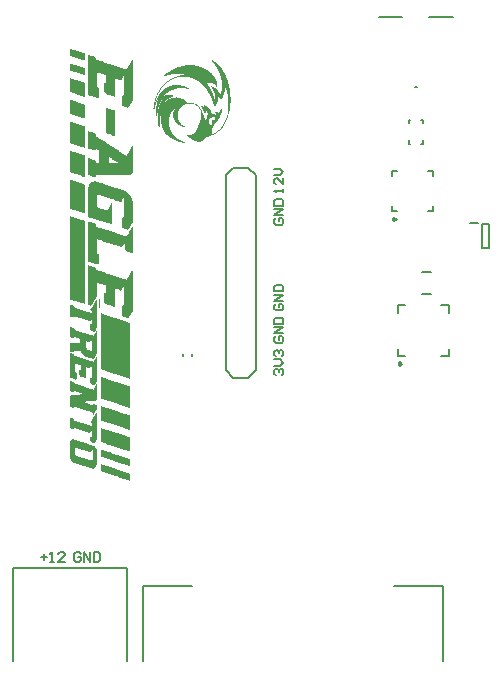
<source format=gto>
G04*
G04 #@! TF.GenerationSoftware,Altium Limited,Altium Designer,22.1.2 (22)*
G04*
G04 Layer_Color=65535*
%FSLAX25Y25*%
%MOIN*%
G70*
G04*
G04 #@! TF.SameCoordinates,5B492A3F-CB9A-4010-B6E6-7C5E2EA9E8FC*
G04*
G04*
G04 #@! TF.FilePolarity,Positive*
G04*
G01*
G75*
%ADD10C,0.00787*%
%ADD11C,0.00394*%
%ADD12C,0.00984*%
%ADD13C,0.00500*%
%ADD14C,0.00591*%
%ADD15C,0.00598*%
G36*
X29869Y205927D02*
X30401D01*
Y205750D01*
X30934D01*
Y205572D01*
X31467D01*
Y205395D01*
X31999D01*
Y205217D01*
X32532D01*
Y205040D01*
X33065D01*
Y204862D01*
X33597D01*
Y204684D01*
X34130D01*
Y204507D01*
X34663D01*
Y202199D01*
X34130D01*
Y202376D01*
X33420D01*
Y202554D01*
X32887D01*
Y202731D01*
X32355D01*
Y202909D01*
X31822D01*
Y203086D01*
X31289D01*
Y203264D01*
X30756D01*
Y203442D01*
X30224D01*
Y203619D01*
X29691D01*
Y203797D01*
X29513D01*
Y206105D01*
X29869D01*
Y205927D01*
D02*
G37*
G36*
X29691Y201133D02*
X30224D01*
Y200956D01*
X30756D01*
Y200778D01*
X31289D01*
Y200600D01*
X31822D01*
Y200423D01*
X32355D01*
Y200245D01*
X32887D01*
Y200068D01*
X33420D01*
Y199890D01*
X33953D01*
Y199713D01*
X34485D01*
Y199535D01*
X34663D01*
Y197227D01*
X34485D01*
Y197404D01*
X33953D01*
Y197582D01*
X33420D01*
Y197759D01*
X32887D01*
Y197937D01*
X32355D01*
Y198114D01*
X31822D01*
Y198292D01*
X31289D01*
Y198469D01*
X30579D01*
Y198647D01*
X30046D01*
Y198825D01*
X29513D01*
Y201311D01*
X29691D01*
Y201133D01*
D02*
G37*
G36*
X77254Y202151D02*
X77319D01*
Y202087D01*
X77447D01*
Y202023D01*
X77575D01*
Y201959D01*
X77640D01*
Y201894D01*
X77768D01*
Y201830D01*
X77832D01*
Y201766D01*
X77961D01*
Y201702D01*
X78025D01*
Y201638D01*
X78089D01*
Y201573D01*
X78217D01*
Y201509D01*
X78282D01*
Y201445D01*
X78346D01*
Y201381D01*
X78410D01*
Y201317D01*
X78474D01*
Y201252D01*
X78603D01*
Y201188D01*
X78667D01*
Y201124D01*
X78731D01*
Y201060D01*
X78795D01*
Y200996D01*
X78860D01*
Y200931D01*
X78924D01*
Y200867D01*
X78988D01*
Y200803D01*
X79052D01*
Y200739D01*
X79116D01*
Y200675D01*
X79181D01*
Y200610D01*
X79245D01*
Y200546D01*
X79309D01*
Y200482D01*
X79373D01*
Y200418D01*
X79437D01*
Y200354D01*
X79501D01*
Y200289D01*
X79566D01*
Y200161D01*
X79630D01*
Y200097D01*
X79694D01*
Y200032D01*
X79758D01*
Y199968D01*
X79823D01*
Y199904D01*
X79887D01*
Y199776D01*
X79951D01*
Y199712D01*
X80015D01*
Y199647D01*
X80079D01*
Y199519D01*
X80144D01*
Y199455D01*
X80208D01*
Y199390D01*
X80272D01*
Y199262D01*
X80336D01*
Y199198D01*
X80400D01*
Y199069D01*
X80465D01*
Y199005D01*
X80529D01*
Y198877D01*
X80593D01*
Y198813D01*
X80657D01*
Y198684D01*
X80721D01*
Y198556D01*
X80786D01*
Y198492D01*
X80850D01*
Y198363D01*
X80914D01*
Y198235D01*
X80978D01*
Y198106D01*
X81042D01*
Y197978D01*
X81107D01*
Y197850D01*
X81171D01*
Y197785D01*
X81235D01*
Y197657D01*
X81299D01*
Y197464D01*
X81363D01*
Y197336D01*
X81428D01*
Y197207D01*
X81492D01*
Y197079D01*
X81556D01*
Y196951D01*
X81620D01*
Y196758D01*
X81684D01*
Y196630D01*
X81749D01*
Y196437D01*
X81813D01*
Y196309D01*
X81877D01*
Y196116D01*
X81941D01*
Y195923D01*
X82006D01*
Y195795D01*
X82070D01*
Y195602D01*
X82134D01*
Y195410D01*
X82198D01*
Y195217D01*
X82262D01*
Y194960D01*
X82327D01*
Y194768D01*
X82391D01*
Y194511D01*
X82455D01*
Y194254D01*
X82519D01*
Y193997D01*
X82583D01*
Y193740D01*
X82648D01*
Y193483D01*
X82712D01*
Y193163D01*
X82776D01*
Y192841D01*
X82840D01*
Y192456D01*
X82904D01*
Y192007D01*
X82969D01*
Y191557D01*
X83033D01*
Y190915D01*
X83097D01*
Y190016D01*
X83161D01*
Y187898D01*
X83097D01*
Y187063D01*
X83033D01*
Y186549D01*
X82969D01*
Y186100D01*
X82904D01*
Y185779D01*
X82840D01*
Y185458D01*
X82776D01*
Y185201D01*
X82712D01*
Y184944D01*
X82648D01*
Y184751D01*
X82583D01*
Y184495D01*
X82519D01*
Y184302D01*
X82455D01*
Y184109D01*
X82391D01*
Y183917D01*
X82327D01*
Y183724D01*
X82262D01*
Y183532D01*
X82198D01*
Y183339D01*
X82134D01*
Y183146D01*
X82070D01*
Y182954D01*
X82006D01*
Y182825D01*
X81941D01*
Y182633D01*
X81877D01*
Y182440D01*
X81813D01*
Y182312D01*
X81749D01*
Y182183D01*
X81684D01*
Y181991D01*
X81620D01*
Y181862D01*
X81556D01*
Y181734D01*
X81492D01*
Y181541D01*
X81428D01*
Y181413D01*
X81363D01*
Y181284D01*
X81299D01*
Y181156D01*
X81235D01*
Y181027D01*
X81171D01*
Y180899D01*
X81107D01*
Y180771D01*
X81042D01*
Y180642D01*
X80978D01*
Y180514D01*
X80914D01*
Y180450D01*
X80850D01*
Y180321D01*
X80786D01*
Y180257D01*
X80721D01*
Y180129D01*
X80657D01*
Y180064D01*
X80593D01*
Y180000D01*
X80529D01*
Y179872D01*
X80465D01*
Y179808D01*
X80400D01*
Y179743D01*
X80336D01*
Y179679D01*
X80272D01*
Y179615D01*
X80208D01*
Y179487D01*
X80144D01*
Y179422D01*
X80079D01*
Y179358D01*
X80015D01*
Y179294D01*
X79951D01*
Y179230D01*
X79887D01*
Y179166D01*
X79823D01*
Y179101D01*
X79758D01*
Y179037D01*
X79694D01*
Y178973D01*
X79630D01*
Y178909D01*
X79566D01*
Y178844D01*
X79501D01*
Y178780D01*
X79437D01*
Y178716D01*
X79309D01*
Y178652D01*
X79245D01*
Y178588D01*
X79181D01*
Y178524D01*
X79116D01*
Y178459D01*
X79052D01*
Y178395D01*
X78924D01*
Y178331D01*
X78860D01*
Y178267D01*
X78795D01*
Y178202D01*
X78667D01*
Y178138D01*
X78603D01*
Y178074D01*
X78538D01*
Y178010D01*
X78410D01*
Y177946D01*
X78346D01*
Y177881D01*
X78217D01*
Y177817D01*
X78153D01*
Y177753D01*
X78025D01*
Y177689D01*
X77896D01*
Y177625D01*
X77832D01*
Y177560D01*
X77704D01*
Y177496D01*
X77640D01*
Y177432D01*
X77511D01*
Y177368D01*
X77319D01*
Y177304D01*
X77126D01*
Y177239D01*
X76933D01*
Y177175D01*
X76741D01*
Y177111D01*
X76612D01*
Y177047D01*
X76420D01*
Y176983D01*
X76227D01*
Y176918D01*
X76034D01*
Y176854D01*
X75842D01*
Y176790D01*
X75649D01*
Y176726D01*
X75457D01*
Y176662D01*
X75264D01*
Y176597D01*
X75071D01*
Y176533D01*
X74879D01*
Y176469D01*
X74686D01*
Y176405D01*
X74622D01*
Y176340D01*
X74558D01*
Y176276D01*
X74493D01*
Y176148D01*
X74429D01*
Y176084D01*
X74365D01*
Y175955D01*
X74301D01*
Y175891D01*
X74237D01*
Y175827D01*
X74172D01*
Y175763D01*
X74108D01*
Y175698D01*
X74044D01*
Y175634D01*
X73980D01*
Y175570D01*
X73916D01*
Y175506D01*
X73851D01*
Y175442D01*
X73723D01*
Y175377D01*
X73659D01*
Y175313D01*
X73530D01*
Y175249D01*
X73402D01*
Y175185D01*
X73209D01*
Y175121D01*
X72888D01*
Y175056D01*
X72246D01*
Y175121D01*
X71925D01*
Y175185D01*
X71668D01*
Y175249D01*
X71476D01*
Y175313D01*
X71283D01*
Y175377D01*
X71155D01*
Y175442D01*
X71026D01*
Y175506D01*
X70898D01*
Y175570D01*
X70770D01*
Y175634D01*
X70641D01*
Y175698D01*
X70513D01*
Y175763D01*
X70448D01*
Y175827D01*
X70320D01*
Y175891D01*
X70192D01*
Y175955D01*
X70127D01*
Y176020D01*
X69999D01*
Y176084D01*
X69935D01*
Y176148D01*
X69806D01*
Y176212D01*
X69742D01*
Y176276D01*
X69678D01*
Y176340D01*
X69550D01*
Y176405D01*
X69485D01*
Y176469D01*
X69357D01*
Y176533D01*
X69293D01*
Y176597D01*
X69229D01*
Y176662D01*
X69164D01*
Y176726D01*
X69036D01*
Y176790D01*
X68972D01*
Y176854D01*
X68907D01*
Y176918D01*
X68843D01*
Y176983D01*
X68715D01*
Y177047D01*
X68651D01*
Y177111D01*
X68586D01*
Y177175D01*
X68522D01*
Y177368D01*
X68586D01*
Y177432D01*
X69742D01*
Y177496D01*
X70448D01*
Y177560D01*
X70641D01*
Y177625D01*
X70834D01*
Y177689D01*
X70962D01*
Y177753D01*
X71026D01*
Y177817D01*
X71091D01*
Y177881D01*
X71155D01*
Y177946D01*
X71219D01*
Y178010D01*
X71283D01*
Y178074D01*
X71347D01*
Y178202D01*
X71412D01*
Y178267D01*
X71476D01*
Y178395D01*
X71540D01*
Y178524D01*
X71604D01*
Y178652D01*
X71668D01*
Y178844D01*
X71733D01*
Y178973D01*
X71797D01*
Y179101D01*
X71861D01*
Y179230D01*
X71925D01*
Y179358D01*
X71989D01*
Y179551D01*
X72054D01*
Y179679D01*
X72118D01*
Y179808D01*
X72182D01*
Y179936D01*
X72246D01*
Y180129D01*
X72311D01*
Y180257D01*
X72375D01*
Y180450D01*
X72439D01*
Y180578D01*
X72503D01*
Y180771D01*
X72567D01*
Y180899D01*
X72632D01*
Y181092D01*
X72696D01*
Y181284D01*
X72760D01*
Y181413D01*
X72824D01*
Y181605D01*
X72888D01*
Y181798D01*
X72953D01*
Y181991D01*
X73017D01*
Y182247D01*
X73081D01*
Y182440D01*
X73145D01*
Y182697D01*
X73209D01*
Y182954D01*
X73274D01*
Y183211D01*
X73338D01*
Y183532D01*
X73402D01*
Y184816D01*
X73338D01*
Y185073D01*
X73274D01*
Y185329D01*
X73209D01*
Y185458D01*
X73145D01*
Y185586D01*
X73081D01*
Y185715D01*
X73017D01*
Y185843D01*
X72953D01*
Y185907D01*
X72888D01*
Y186036D01*
X72824D01*
Y186100D01*
X72760D01*
Y186228D01*
X72696D01*
Y186292D01*
X72632D01*
Y186357D01*
X72567D01*
Y186485D01*
X72503D01*
Y186549D01*
X72439D01*
Y186614D01*
X72375D01*
Y186678D01*
X72311D01*
Y186742D01*
X72246D01*
Y186806D01*
X72182D01*
Y186870D01*
X72054D01*
Y186934D01*
X71989D01*
Y186999D01*
X71925D01*
Y187063D01*
X71797D01*
Y187127D01*
X71733D01*
Y187191D01*
X71604D01*
Y187256D01*
X71540D01*
Y187320D01*
X71412D01*
Y187384D01*
X71283D01*
Y187448D01*
X71155D01*
Y187512D01*
X71026D01*
Y187576D01*
X70834D01*
Y187641D01*
X70641D01*
Y187705D01*
X70384D01*
Y187769D01*
X69999D01*
Y187833D01*
X69036D01*
Y187769D01*
X68651D01*
Y187705D01*
X68394D01*
Y187641D01*
X68201D01*
Y187576D01*
X68009D01*
Y187512D01*
X67880D01*
Y187448D01*
X67752D01*
Y187384D01*
X67623D01*
Y187320D01*
X67495D01*
Y187256D01*
X67367D01*
Y187191D01*
X67302D01*
Y187127D01*
X67174D01*
Y187063D01*
X67110D01*
Y186999D01*
X67046D01*
Y186934D01*
X66917D01*
Y186870D01*
X66853D01*
Y186806D01*
X66789D01*
Y186742D01*
X66724D01*
Y186678D01*
X66660D01*
Y186614D01*
X66596D01*
Y186549D01*
X66532D01*
Y186485D01*
X66468D01*
Y186421D01*
X66404D01*
Y186292D01*
X66339D01*
Y186228D01*
X66275D01*
Y186164D01*
X66211D01*
Y186036D01*
X66147D01*
Y185971D01*
X66083D01*
Y185843D01*
X66018D01*
Y185715D01*
X65954D01*
Y185586D01*
X65890D01*
Y185458D01*
X65826D01*
Y185329D01*
X65762D01*
Y185137D01*
X65697D01*
Y184944D01*
X65633D01*
Y184687D01*
X65569D01*
Y184366D01*
X65505D01*
Y183275D01*
X65569D01*
Y182954D01*
X65633D01*
Y182697D01*
X65697D01*
Y182504D01*
X65762D01*
Y182312D01*
X65826D01*
Y182183D01*
X65890D01*
Y182055D01*
X65954D01*
Y181926D01*
X66018D01*
Y181798D01*
X66083D01*
Y181670D01*
X66147D01*
Y181605D01*
X66211D01*
Y181477D01*
X66275D01*
Y181413D01*
X66339D01*
Y181349D01*
X66404D01*
Y181284D01*
X66468D01*
Y181156D01*
X66532D01*
Y181092D01*
X66596D01*
Y181027D01*
X66660D01*
Y180963D01*
X66724D01*
Y180899D01*
X66789D01*
Y180835D01*
X66853D01*
Y180771D01*
X66981D01*
Y180707D01*
X67046D01*
Y180642D01*
X67110D01*
Y180578D01*
X67238D01*
Y180514D01*
X67302D01*
Y180450D01*
X67431D01*
Y180385D01*
X67495D01*
Y180321D01*
X67623D01*
Y180257D01*
X67752D01*
Y180193D01*
X67880D01*
Y180064D01*
X67945D01*
Y179872D01*
X67752D01*
Y179936D01*
X67559D01*
Y180000D01*
X67367D01*
Y180064D01*
X67174D01*
Y180129D01*
X67046D01*
Y180193D01*
X66917D01*
Y180257D01*
X66724D01*
Y180321D01*
X66596D01*
Y180385D01*
X66468D01*
Y180450D01*
X66404D01*
Y180514D01*
X66275D01*
Y180578D01*
X66147D01*
Y180642D01*
X66018D01*
Y180707D01*
X65954D01*
Y180771D01*
X65826D01*
Y180835D01*
X65762D01*
Y180899D01*
X65697D01*
Y180963D01*
X65569D01*
Y181027D01*
X65505D01*
Y181092D01*
X65440D01*
Y181156D01*
X65376D01*
Y181220D01*
X65312D01*
Y181284D01*
X65184D01*
Y181349D01*
X65119D01*
Y181413D01*
X65055D01*
Y181541D01*
X64991D01*
Y181605D01*
X64927D01*
Y181670D01*
X64863D01*
Y181734D01*
X64798D01*
Y181798D01*
X64734D01*
Y181926D01*
X64670D01*
Y181991D01*
X64606D01*
Y182055D01*
X64542D01*
Y182183D01*
X64477D01*
Y182312D01*
X64413D01*
Y182440D01*
X64349D01*
Y182569D01*
X64285D01*
Y182697D01*
X64220D01*
Y182889D01*
X64156D01*
Y183082D01*
X64092D01*
Y183339D01*
X64028D01*
Y183853D01*
X63964D01*
Y184430D01*
X64028D01*
Y184880D01*
X64092D01*
Y185137D01*
X64156D01*
Y185201D01*
X64220D01*
Y185265D01*
X64413D01*
Y185329D01*
X64477D01*
Y185394D01*
X64413D01*
Y185586D01*
X64477D01*
Y185843D01*
X64349D01*
Y185779D01*
X64220D01*
Y185715D01*
X64156D01*
Y185650D01*
X64028D01*
Y185586D01*
X63964D01*
Y185522D01*
X63899D01*
Y185458D01*
X63835D01*
Y185394D01*
X63771D01*
Y185329D01*
X63707D01*
Y185265D01*
X63643D01*
Y185201D01*
X63578D01*
Y185137D01*
X63514D01*
Y185073D01*
X63450D01*
Y184944D01*
X63386D01*
Y184880D01*
X63322D01*
Y184751D01*
X63257D01*
Y184687D01*
X63193D01*
Y184559D01*
X63129D01*
Y184366D01*
X63065D01*
Y184238D01*
X63001D01*
Y184045D01*
X62936D01*
Y183853D01*
X62872D01*
Y183596D01*
X62808D01*
Y183275D01*
X62744D01*
Y182954D01*
X62680D01*
Y182569D01*
X62615D01*
Y181734D01*
X62551D01*
Y181284D01*
X62615D01*
Y180514D01*
X62680D01*
Y180129D01*
X62744D01*
Y179872D01*
X62808D01*
Y179615D01*
X62872D01*
Y179422D01*
X62936D01*
Y179230D01*
X63001D01*
Y179101D01*
X63065D01*
Y178909D01*
X63129D01*
Y178780D01*
X63193D01*
Y178652D01*
X63257D01*
Y178524D01*
X63322D01*
Y178395D01*
X63386D01*
Y178331D01*
X63450D01*
Y178202D01*
X63514D01*
Y178074D01*
X63578D01*
Y178010D01*
X63643D01*
Y177881D01*
X63707D01*
Y177817D01*
X63771D01*
Y177689D01*
X63835D01*
Y177625D01*
X63899D01*
Y177560D01*
X63964D01*
Y177496D01*
X64028D01*
Y177368D01*
X64092D01*
Y177304D01*
X64156D01*
Y177239D01*
X64220D01*
Y177175D01*
X64285D01*
Y177111D01*
X64349D01*
Y177047D01*
X64413D01*
Y176983D01*
X64477D01*
Y176918D01*
X64542D01*
Y176854D01*
X64606D01*
Y176790D01*
X64670D01*
Y176726D01*
X64734D01*
Y176662D01*
X64798D01*
Y176597D01*
X64863D01*
Y176533D01*
X64991D01*
Y176469D01*
X65055D01*
Y176405D01*
X65119D01*
Y176340D01*
X65248D01*
Y176276D01*
X65312D01*
Y176212D01*
X65376D01*
Y176148D01*
X65505D01*
Y176084D01*
X65569D01*
Y176020D01*
X65697D01*
Y175955D01*
X65762D01*
Y175891D01*
X65890D01*
Y175827D01*
X65954D01*
Y175763D01*
X66083D01*
Y175698D01*
X66211D01*
Y175634D01*
X66339D01*
Y175570D01*
X66468D01*
Y175506D01*
X66596D01*
Y175442D01*
X66724D01*
Y175377D01*
X66853D01*
Y175313D01*
X66981D01*
Y175249D01*
X67110D01*
Y175185D01*
X67302D01*
Y175121D01*
X67431D01*
Y175056D01*
X67623D01*
Y174992D01*
X67816D01*
Y174928D01*
X67880D01*
Y174735D01*
X67816D01*
Y174671D01*
X67431D01*
Y174735D01*
X67110D01*
Y174800D01*
X66853D01*
Y174864D01*
X66596D01*
Y174928D01*
X66404D01*
Y174992D01*
X66147D01*
Y175056D01*
X65954D01*
Y175121D01*
X65762D01*
Y175185D01*
X65569D01*
Y175249D01*
X65440D01*
Y175313D01*
X65248D01*
Y175377D01*
X65119D01*
Y175442D01*
X64927D01*
Y175506D01*
X64798D01*
Y175570D01*
X64670D01*
Y175634D01*
X64542D01*
Y175698D01*
X64413D01*
Y175763D01*
X64285D01*
Y175827D01*
X64156D01*
Y175891D01*
X64028D01*
Y175955D01*
X63899D01*
Y176020D01*
X63771D01*
Y176084D01*
X63643D01*
Y176148D01*
X63578D01*
Y176212D01*
X63450D01*
Y176276D01*
X63322D01*
Y176340D01*
X63257D01*
Y176405D01*
X63129D01*
Y176469D01*
X63065D01*
Y176533D01*
X62936D01*
Y176597D01*
X62872D01*
Y176662D01*
X62744D01*
Y176726D01*
X62680D01*
Y176790D01*
X62615D01*
Y176854D01*
X62487D01*
Y176918D01*
X62423D01*
Y176983D01*
X62358D01*
Y177047D01*
X62294D01*
Y177111D01*
X62166D01*
Y177175D01*
X62102D01*
Y177239D01*
X62037D01*
Y177304D01*
X61973D01*
Y177368D01*
X61909D01*
Y177432D01*
X61845D01*
Y177496D01*
X61781D01*
Y177560D01*
X61717D01*
Y177625D01*
X61652D01*
Y177689D01*
X61588D01*
Y177753D01*
X61524D01*
Y177817D01*
X61460D01*
Y177881D01*
X61396D01*
Y177946D01*
X61331D01*
Y178074D01*
X61267D01*
Y178138D01*
X61203D01*
Y178202D01*
X61139D01*
Y178331D01*
X61074D01*
Y178395D01*
X61010D01*
Y178524D01*
X60946D01*
Y178652D01*
X60882D01*
Y178780D01*
X60818D01*
Y178909D01*
X60753D01*
Y179037D01*
X60689D01*
Y179166D01*
X60625D01*
Y179294D01*
X60561D01*
Y179487D01*
X60497D01*
Y179679D01*
X60432D01*
Y179872D01*
X60368D01*
Y180064D01*
X60304D01*
Y180321D01*
X60240D01*
Y180578D01*
X60176D01*
Y180899D01*
X60111D01*
Y181220D01*
X60047D01*
Y181734D01*
X59983D01*
Y182633D01*
X59919D01*
Y183532D01*
X59983D01*
Y184109D01*
X59919D01*
Y183981D01*
X59855D01*
Y183724D01*
X59790D01*
Y183467D01*
X59726D01*
Y183146D01*
X59662D01*
Y182825D01*
X59598D01*
Y182440D01*
X59534D01*
Y181862D01*
X59469D01*
Y180129D01*
X59405D01*
Y180000D01*
X59341D01*
Y179872D01*
X59277D01*
Y179808D01*
X59212D01*
Y180000D01*
X59148D01*
Y180385D01*
X59084D01*
Y180835D01*
X59020D01*
Y181284D01*
X58956D01*
Y181991D01*
X58891D01*
Y184559D01*
X58956D01*
Y185137D01*
X59020D01*
Y185586D01*
X59084D01*
Y185971D01*
X59148D01*
Y186228D01*
X59212D01*
Y186485D01*
X59277D01*
Y186742D01*
X59341D01*
Y186999D01*
X59405D01*
Y187191D01*
X59469D01*
Y187384D01*
X59534D01*
Y187512D01*
X59598D01*
Y187705D01*
X59662D01*
Y187833D01*
X59726D01*
Y188026D01*
X59790D01*
Y188154D01*
X59855D01*
Y188283D01*
X59919D01*
Y188411D01*
X59983D01*
Y188540D01*
X60047D01*
Y188668D01*
X60111D01*
Y188732D01*
X60176D01*
Y188861D01*
X60240D01*
Y188989D01*
X60176D01*
Y188925D01*
X60111D01*
Y188796D01*
X60047D01*
Y188732D01*
X59983D01*
Y188668D01*
X59919D01*
Y188540D01*
X59855D01*
Y188411D01*
X59790D01*
Y188283D01*
X59726D01*
Y188154D01*
X59662D01*
Y188026D01*
X59598D01*
Y187898D01*
X59534D01*
Y187769D01*
X59469D01*
Y187576D01*
X59405D01*
Y187384D01*
X59341D01*
Y187191D01*
X59277D01*
Y186999D01*
X59212D01*
Y186806D01*
X59148D01*
Y186549D01*
X59084D01*
Y186228D01*
X59020D01*
Y185907D01*
X58956D01*
Y185522D01*
X58891D01*
Y185008D01*
X58827D01*
Y184559D01*
X58763D01*
Y183788D01*
X58699D01*
Y183660D01*
X58635D01*
Y183532D01*
X58570D01*
Y183403D01*
X58506D01*
Y183660D01*
X58442D01*
Y184238D01*
X58378D01*
Y186292D01*
X58442D01*
Y186934D01*
X58506D01*
Y187384D01*
X58570D01*
Y187705D01*
X58635D01*
Y188026D01*
X58699D01*
Y188347D01*
X58763D01*
Y188540D01*
X58827D01*
Y188796D01*
X58891D01*
Y188989D01*
X58956D01*
Y189182D01*
X59020D01*
Y189374D01*
X59084D01*
Y189567D01*
X59148D01*
Y189760D01*
X59084D01*
Y189631D01*
X59020D01*
Y189503D01*
X58956D01*
Y189374D01*
X58891D01*
Y189246D01*
X58827D01*
Y189118D01*
X58763D01*
Y188989D01*
X58699D01*
Y188796D01*
X58635D01*
Y188668D01*
X58570D01*
Y188540D01*
X58506D01*
Y188347D01*
X58442D01*
Y188219D01*
X58378D01*
Y188026D01*
X58314D01*
Y187833D01*
X58249D01*
Y187641D01*
X58185D01*
Y187448D01*
X58121D01*
Y187256D01*
X58057D01*
Y187063D01*
X57993D01*
Y186870D01*
X57928D01*
Y186614D01*
X57864D01*
Y186421D01*
X57800D01*
Y186164D01*
X57736D01*
Y186036D01*
X57671D01*
Y185907D01*
X57607D01*
Y185843D01*
X57543D01*
Y185779D01*
X57479D01*
Y186036D01*
X57415D01*
Y186292D01*
X57479D01*
Y186742D01*
X57543D01*
Y187191D01*
X57607D01*
Y187576D01*
X57671D01*
Y187898D01*
X57736D01*
Y188219D01*
X57800D01*
Y188475D01*
X57864D01*
Y188732D01*
X57928D01*
Y188989D01*
X57993D01*
Y189182D01*
X58057D01*
Y189438D01*
X58121D01*
Y189631D01*
X58185D01*
Y189824D01*
X58249D01*
Y190016D01*
X58314D01*
Y190145D01*
X58378D01*
Y190337D01*
X58442D01*
Y190466D01*
X58506D01*
Y190658D01*
X58570D01*
Y190787D01*
X58635D01*
Y190915D01*
X58699D01*
Y191108D01*
X58763D01*
Y191236D01*
X58827D01*
Y191365D01*
X58891D01*
Y191493D01*
X58956D01*
Y191621D01*
X59020D01*
Y191686D01*
X59084D01*
Y191814D01*
X59148D01*
Y191943D01*
X59212D01*
Y192071D01*
X59277D01*
Y192135D01*
X59341D01*
Y192264D01*
X59405D01*
Y192392D01*
X59469D01*
Y192456D01*
X59534D01*
Y192585D01*
X59598D01*
Y192649D01*
X59662D01*
Y192777D01*
X59726D01*
Y192841D01*
X59790D01*
Y192906D01*
X59855D01*
Y193034D01*
X59919D01*
Y193098D01*
X59983D01*
Y193163D01*
X60047D01*
Y193291D01*
X60111D01*
Y193355D01*
X60176D01*
Y193419D01*
X60240D01*
Y193483D01*
X60304D01*
Y193612D01*
X60368D01*
Y193676D01*
X60432D01*
Y193740D01*
X60497D01*
Y193805D01*
X60561D01*
Y193869D01*
X60625D01*
Y193933D01*
X60689D01*
Y193997D01*
X60753D01*
Y194061D01*
X60818D01*
Y194125D01*
X60882D01*
Y194190D01*
X60946D01*
Y194254D01*
X61010D01*
Y194318D01*
X61074D01*
Y194382D01*
X61139D01*
Y194447D01*
X61203D01*
Y194511D01*
X61267D01*
Y194575D01*
X61331D01*
Y194639D01*
X61396D01*
Y194703D01*
X61460D01*
Y194768D01*
X61588D01*
Y194832D01*
X61652D01*
Y194896D01*
X61717D01*
Y194960D01*
X61781D01*
Y195024D01*
X61845D01*
Y195089D01*
X61973D01*
Y195153D01*
X62037D01*
Y195217D01*
X62102D01*
Y195281D01*
X62230D01*
Y195345D01*
X62294D01*
Y195410D01*
X62423D01*
Y195474D01*
X62487D01*
Y195538D01*
X62615D01*
Y195602D01*
X62680D01*
Y195667D01*
X62808D01*
Y195731D01*
X62872D01*
Y195795D01*
X63001D01*
Y195859D01*
X63129D01*
Y195923D01*
X63193D01*
Y195987D01*
X63322D01*
Y196052D01*
X63450D01*
Y196116D01*
X63578D01*
Y196180D01*
X63707D01*
Y196244D01*
X63835D01*
Y196309D01*
X63964D01*
Y196373D01*
X64092D01*
Y196437D01*
X64220D01*
Y196501D01*
X64413D01*
Y196565D01*
X64542D01*
Y196630D01*
X64670D01*
Y196694D01*
X64863D01*
Y196758D01*
X65055D01*
Y196822D01*
X65248D01*
Y196886D01*
X65376D01*
Y196951D01*
X65505D01*
Y197015D01*
X65826D01*
Y197079D01*
X66018D01*
Y197143D01*
X66211D01*
Y197207D01*
X66468D01*
Y197272D01*
X66724D01*
Y197336D01*
X66981D01*
Y197400D01*
X67238D01*
Y197464D01*
X67495D01*
Y197529D01*
X67367D01*
Y197593D01*
X66917D01*
Y197657D01*
X66275D01*
Y197721D01*
X64606D01*
Y197657D01*
X63964D01*
Y197593D01*
X63514D01*
Y197529D01*
X63193D01*
Y197464D01*
X62872D01*
Y197400D01*
X62615D01*
Y197336D01*
X62358D01*
Y197272D01*
X62102D01*
Y197207D01*
X61909D01*
Y197143D01*
X61717D01*
Y197079D01*
X61524D01*
Y197015D01*
X61396D01*
Y196951D01*
X61203D01*
Y196886D01*
X60946D01*
Y196951D01*
X60882D01*
Y197079D01*
X60946D01*
Y197207D01*
X61074D01*
Y197272D01*
X61139D01*
Y197336D01*
X61203D01*
Y197400D01*
X61267D01*
Y197464D01*
X61396D01*
Y197529D01*
X61460D01*
Y197593D01*
X61524D01*
Y197657D01*
X61588D01*
Y197721D01*
X61717D01*
Y197785D01*
X61781D01*
Y197850D01*
X61909D01*
Y197914D01*
X61973D01*
Y197978D01*
X62037D01*
Y198042D01*
X62166D01*
Y198106D01*
X62230D01*
Y198170D01*
X62358D01*
Y198235D01*
X62423D01*
Y198299D01*
X62551D01*
Y198363D01*
X62615D01*
Y198427D01*
X62744D01*
Y198492D01*
X62872D01*
Y198556D01*
X62936D01*
Y198620D01*
X63065D01*
Y198684D01*
X63193D01*
Y198748D01*
X63257D01*
Y198813D01*
X63386D01*
Y198877D01*
X63514D01*
Y198941D01*
X63643D01*
Y199005D01*
X63707D01*
Y199069D01*
X63835D01*
Y199134D01*
X63964D01*
Y199198D01*
X64092D01*
Y199262D01*
X64220D01*
Y199326D01*
X64349D01*
Y199390D01*
X64542D01*
Y199455D01*
X64670D01*
Y199519D01*
X64798D01*
Y199583D01*
X64927D01*
Y199647D01*
X65119D01*
Y199712D01*
X65248D01*
Y199776D01*
X65440D01*
Y199840D01*
X65569D01*
Y199904D01*
X65762D01*
Y199968D01*
X65954D01*
Y200032D01*
X66147D01*
Y200097D01*
X66339D01*
Y200161D01*
X66596D01*
Y200225D01*
X66789D01*
Y200289D01*
X67046D01*
Y200354D01*
X67367D01*
Y200418D01*
X67688D01*
Y200482D01*
X68073D01*
Y200546D01*
X68586D01*
Y200610D01*
X70770D01*
Y200546D01*
X71219D01*
Y200482D01*
X71604D01*
Y200418D01*
X71925D01*
Y200354D01*
X72182D01*
Y200289D01*
X72439D01*
Y200225D01*
X72632D01*
Y200161D01*
X72824D01*
Y200097D01*
X73017D01*
Y200032D01*
X73209D01*
Y199968D01*
X73402D01*
Y199904D01*
X73530D01*
Y199840D01*
X73723D01*
Y199776D01*
X73851D01*
Y199712D01*
X73980D01*
Y199647D01*
X74108D01*
Y199583D01*
X74301D01*
Y199519D01*
X74429D01*
Y199455D01*
X74558D01*
Y199390D01*
X74686D01*
Y199326D01*
X74814D01*
Y199262D01*
X74879D01*
Y199198D01*
X75007D01*
Y199134D01*
X75135D01*
Y199069D01*
X75264D01*
Y199005D01*
X75328D01*
Y198941D01*
X75457D01*
Y198877D01*
X75521D01*
Y198813D01*
X75649D01*
Y198748D01*
X75713D01*
Y198684D01*
X75842D01*
Y198620D01*
X75906D01*
Y198556D01*
X75970D01*
Y198492D01*
X76099D01*
Y198427D01*
X76163D01*
Y198363D01*
X76227D01*
Y198299D01*
X76291D01*
Y198235D01*
X76420D01*
Y198170D01*
X76484D01*
Y198106D01*
X76548D01*
Y198042D01*
X76612D01*
Y197978D01*
X76676D01*
Y197914D01*
X76741D01*
Y197850D01*
X76805D01*
Y197785D01*
X76869D01*
Y197721D01*
X76933D01*
Y197657D01*
X76998D01*
Y197593D01*
X77062D01*
Y197529D01*
X77126D01*
Y197464D01*
X77190D01*
Y197400D01*
X77254D01*
Y197336D01*
X77319D01*
Y197207D01*
X77383D01*
Y197143D01*
X77447D01*
Y197079D01*
X77511D01*
Y197015D01*
X77575D01*
Y196886D01*
X77640D01*
Y196822D01*
X77704D01*
Y196694D01*
X77768D01*
Y196630D01*
X77832D01*
Y196501D01*
X77896D01*
Y196437D01*
X77961D01*
Y196309D01*
X78025D01*
Y196180D01*
X78089D01*
Y196052D01*
X78153D01*
Y195923D01*
X78217D01*
Y195795D01*
X78282D01*
Y195667D01*
X78346D01*
Y195474D01*
X78410D01*
Y195281D01*
X78474D01*
Y195089D01*
X78538D01*
Y194896D01*
X78603D01*
Y194639D01*
X78667D01*
Y194254D01*
X78731D01*
Y193291D01*
X78538D01*
Y193355D01*
X78474D01*
Y193419D01*
X78410D01*
Y193548D01*
X78346D01*
Y193676D01*
X78282D01*
Y193805D01*
X78217D01*
Y193869D01*
X78153D01*
Y193933D01*
X78089D01*
Y193997D01*
X78025D01*
Y194061D01*
X77961D01*
Y194125D01*
X77832D01*
Y194190D01*
X77768D01*
Y194254D01*
X77640D01*
Y194318D01*
X77575D01*
Y194382D01*
X77447D01*
Y194447D01*
X77254D01*
Y194511D01*
X77126D01*
Y194575D01*
X76933D01*
Y194639D01*
X76676D01*
Y194703D01*
X76355D01*
Y194768D01*
X75842D01*
Y194832D01*
X74943D01*
Y194768D01*
X75007D01*
Y194703D01*
X75071D01*
Y194639D01*
X75135D01*
Y194575D01*
X75200D01*
Y194511D01*
X75264D01*
Y194382D01*
X75328D01*
Y194318D01*
X75392D01*
Y194254D01*
X75457D01*
Y194190D01*
X75521D01*
Y194061D01*
X75585D01*
Y193997D01*
X75649D01*
Y193933D01*
X75713D01*
Y193805D01*
X75778D01*
Y193740D01*
X75842D01*
Y193676D01*
X75906D01*
Y193548D01*
X75970D01*
Y193483D01*
X76034D01*
Y193355D01*
X76099D01*
Y193291D01*
X76163D01*
Y193163D01*
X76227D01*
Y193034D01*
X76291D01*
Y192970D01*
X76355D01*
Y192841D01*
X76420D01*
Y192713D01*
X76484D01*
Y192649D01*
X76548D01*
Y192520D01*
X76612D01*
Y192392D01*
X76676D01*
Y192264D01*
X76741D01*
Y192135D01*
X76805D01*
Y192007D01*
X76869D01*
Y191878D01*
X76933D01*
Y191750D01*
X76998D01*
Y191621D01*
X77062D01*
Y191429D01*
X77126D01*
Y191300D01*
X77190D01*
Y191172D01*
X77254D01*
Y190980D01*
X77319D01*
Y190787D01*
X77383D01*
Y190594D01*
X77447D01*
Y190402D01*
X77511D01*
Y190209D01*
X77575D01*
Y189952D01*
X77640D01*
Y189760D01*
X77704D01*
Y189438D01*
X77768D01*
Y189182D01*
X77832D01*
Y188796D01*
X77896D01*
Y188732D01*
X77961D01*
Y188989D01*
X78025D01*
Y189374D01*
X78089D01*
Y190081D01*
X78025D01*
Y190530D01*
X77961D01*
Y190787D01*
X77896D01*
Y191044D01*
X77832D01*
Y191236D01*
X77768D01*
Y191429D01*
X77704D01*
Y191557D01*
X77640D01*
Y191750D01*
X77575D01*
Y191878D01*
X77511D01*
Y192007D01*
X77447D01*
Y192135D01*
X77383D01*
Y192264D01*
X77319D01*
Y192392D01*
X77254D01*
Y192520D01*
X77190D01*
Y192649D01*
X77126D01*
Y192777D01*
X77062D01*
Y192841D01*
X76998D01*
Y192970D01*
X76933D01*
Y193034D01*
X76869D01*
Y193163D01*
X76805D01*
Y193227D01*
X76741D01*
Y193548D01*
X76998D01*
Y193483D01*
X77190D01*
Y193419D01*
X77319D01*
Y193355D01*
X77447D01*
Y193291D01*
X77511D01*
Y193227D01*
X77640D01*
Y193163D01*
X77704D01*
Y193098D01*
X77832D01*
Y193034D01*
X77896D01*
Y192970D01*
X77961D01*
Y192906D01*
X78089D01*
Y192841D01*
X78153D01*
Y192777D01*
X78217D01*
Y192713D01*
X78282D01*
Y192649D01*
X78346D01*
Y192585D01*
X78410D01*
Y192520D01*
X78474D01*
Y192456D01*
X78538D01*
Y192392D01*
X78603D01*
Y192328D01*
X78667D01*
Y192264D01*
X78731D01*
Y192199D01*
X78795D01*
Y192135D01*
X78860D01*
Y192071D01*
X78924D01*
Y192007D01*
X78988D01*
Y191943D01*
X79052D01*
Y191878D01*
X79116D01*
Y191814D01*
X79181D01*
Y191686D01*
X79245D01*
Y191621D01*
X79309D01*
Y191557D01*
X79373D01*
Y191493D01*
X79437D01*
Y191365D01*
X79501D01*
Y191300D01*
X79566D01*
Y191236D01*
X79630D01*
Y191108D01*
X79694D01*
Y191044D01*
X79758D01*
Y190980D01*
X79823D01*
Y191172D01*
X79887D01*
Y191365D01*
X79951D01*
Y191557D01*
X80015D01*
Y191814D01*
X80079D01*
Y192135D01*
X80144D01*
Y192456D01*
X80208D01*
Y192906D01*
X80272D01*
Y194960D01*
X80208D01*
Y195410D01*
X80144D01*
Y195795D01*
X80079D01*
Y196116D01*
X80015D01*
Y196373D01*
X79951D01*
Y196630D01*
X79887D01*
Y196822D01*
X79823D01*
Y197015D01*
X79758D01*
Y197207D01*
X79694D01*
Y197400D01*
X79630D01*
Y197593D01*
X79566D01*
Y197785D01*
X79501D01*
Y197914D01*
X79437D01*
Y198042D01*
X79373D01*
Y198235D01*
X79309D01*
Y198363D01*
X79245D01*
Y198492D01*
X79181D01*
Y198620D01*
X79116D01*
Y198748D01*
X79052D01*
Y198877D01*
X78988D01*
Y199005D01*
X78924D01*
Y199134D01*
X78860D01*
Y199262D01*
X78795D01*
Y199390D01*
X78731D01*
Y199519D01*
X78667D01*
Y199647D01*
X78603D01*
Y199712D01*
X78538D01*
Y199840D01*
X78474D01*
Y199968D01*
X78410D01*
Y200032D01*
X78346D01*
Y200161D01*
X78282D01*
Y200225D01*
X78217D01*
Y200354D01*
X78153D01*
Y200418D01*
X78089D01*
Y200546D01*
X78025D01*
Y200610D01*
X77961D01*
Y200739D01*
X77896D01*
Y200803D01*
X77832D01*
Y200931D01*
X77768D01*
Y200996D01*
X77704D01*
Y201060D01*
X77640D01*
Y201188D01*
X77575D01*
Y201252D01*
X77511D01*
Y201317D01*
X77447D01*
Y201445D01*
X77383D01*
Y201509D01*
X77319D01*
Y201573D01*
X77254D01*
Y201638D01*
X77190D01*
Y201766D01*
X77126D01*
Y201830D01*
X77062D01*
Y201894D01*
X76998D01*
Y201959D01*
X76933D01*
Y202087D01*
X76869D01*
Y202216D01*
X77254D01*
Y202151D01*
D02*
G37*
G36*
X30046Y196161D02*
X30579D01*
Y195984D01*
X31111D01*
Y195806D01*
X31644D01*
Y195628D01*
X32177D01*
Y195451D01*
X32710D01*
Y195273D01*
X33242D01*
Y195096D01*
X33775D01*
Y194918D01*
X34308D01*
Y194740D01*
X34663D01*
Y189946D01*
X34485D01*
Y190124D01*
X33953D01*
Y190301D01*
X33420D01*
Y190479D01*
X32887D01*
Y190656D01*
X32355D01*
Y190834D01*
X31822D01*
Y191012D01*
X31289D01*
Y191189D01*
X30756D01*
Y191367D01*
X30224D01*
Y191544D01*
X29691D01*
Y191722D01*
X29513D01*
Y196339D01*
X30046D01*
Y196161D01*
D02*
G37*
G36*
X36261Y203797D02*
X36794D01*
Y203619D01*
X37504D01*
Y203442D01*
X37859D01*
Y203264D01*
X38037D01*
Y203086D01*
X38214D01*
Y202909D01*
X38392D01*
Y202376D01*
X38925D01*
Y202199D01*
X39457D01*
Y202021D01*
X39990D01*
Y201843D01*
X40523D01*
Y201666D01*
X41056D01*
Y201488D01*
X41588D01*
Y201311D01*
X42121D01*
Y201133D01*
X42654D01*
Y200956D01*
X43186D01*
Y200778D01*
X43719D01*
Y200600D01*
X44252D01*
Y200423D01*
X44784D01*
Y200245D01*
X45317D01*
Y200068D01*
X45850D01*
Y199890D01*
X46383D01*
Y199713D01*
X46915D01*
Y199535D01*
X47448D01*
Y199357D01*
X47981D01*
Y199180D01*
X48513D01*
Y199357D01*
X48691D01*
Y199713D01*
X48869D01*
Y199890D01*
X49046D01*
Y200245D01*
X49224D01*
Y200423D01*
X49401D01*
Y200778D01*
X49579D01*
Y201133D01*
X49756D01*
Y201311D01*
X49934D01*
Y201666D01*
X50112D01*
Y201843D01*
X50289D01*
Y202199D01*
X50467D01*
Y188525D01*
X50289D01*
Y188170D01*
X50112D01*
Y187993D01*
X49934D01*
Y187638D01*
X49756D01*
Y187283D01*
X49579D01*
Y187105D01*
X49401D01*
Y186750D01*
X49224D01*
Y186572D01*
X49046D01*
Y186395D01*
X48513D01*
Y186572D01*
X47981D01*
Y186750D01*
X47626D01*
Y186927D01*
X47270D01*
Y187105D01*
X47093D01*
Y187460D01*
X46915D01*
Y190479D01*
X47448D01*
Y190656D01*
X47626D01*
Y196871D01*
X47448D01*
Y196694D01*
X47270D01*
Y196339D01*
X47093D01*
Y195984D01*
X46915D01*
Y195806D01*
X46738D01*
Y195628D01*
X46205D01*
Y195806D01*
X45672D01*
Y195984D01*
X45140D01*
Y196161D01*
X44607D01*
Y190124D01*
X44252D01*
Y190301D01*
X43719D01*
Y190479D01*
X43186D01*
Y190656D01*
X42654D01*
Y190834D01*
X41943D01*
Y191012D01*
X41588D01*
Y191189D01*
X41233D01*
Y191544D01*
X41056D01*
Y191899D01*
X40878D01*
Y194740D01*
X41588D01*
Y195096D01*
X41766D01*
Y197227D01*
X41411D01*
Y197404D01*
X40878D01*
Y197582D01*
X40345D01*
Y197759D01*
X39812D01*
Y197937D01*
X39280D01*
Y198114D01*
X38570D01*
Y193853D01*
X38747D01*
Y193320D01*
X38925D01*
Y193142D01*
X39102D01*
Y192965D01*
X39280D01*
Y189769D01*
X38214D01*
Y189946D01*
X37682D01*
Y190124D01*
X37149D01*
Y190301D01*
X36616D01*
Y190479D01*
X36083D01*
Y190656D01*
X35728D01*
Y203974D01*
X36261D01*
Y203797D01*
D02*
G37*
G36*
X30046Y188881D02*
X30579D01*
Y188703D01*
X31111D01*
Y188525D01*
X31644D01*
Y188348D01*
X32177D01*
Y188170D01*
X32710D01*
Y187993D01*
X33242D01*
Y187815D01*
X33775D01*
Y187638D01*
X34308D01*
Y187460D01*
X34663D01*
Y182666D01*
X34485D01*
Y182843D01*
X33953D01*
Y183021D01*
X33420D01*
Y183198D01*
X32887D01*
Y183376D01*
X32355D01*
Y183554D01*
X31822D01*
Y183731D01*
X31289D01*
Y183909D01*
X30756D01*
Y184086D01*
X30224D01*
Y184264D01*
X29691D01*
Y184441D01*
X29513D01*
Y189058D01*
X30046D01*
Y188881D01*
D02*
G37*
G36*
X42298Y186040D02*
X42831D01*
Y185862D01*
X43364D01*
Y185684D01*
X43897D01*
Y185507D01*
X44607D01*
Y176983D01*
X44252D01*
Y177161D01*
X43719D01*
Y177339D01*
X43186D01*
Y177516D01*
X42654D01*
Y177694D01*
X42121D01*
Y177871D01*
X41766D01*
Y186217D01*
X42298D01*
Y186040D01*
D02*
G37*
G36*
X30046Y181600D02*
X30579D01*
Y181423D01*
X31111D01*
Y181245D01*
X31644D01*
Y181068D01*
X32177D01*
Y180890D01*
X32710D01*
Y180712D01*
X33242D01*
Y180535D01*
X33775D01*
Y180357D01*
X34308D01*
Y180180D01*
X34663D01*
Y173077D01*
X34130D01*
Y173255D01*
X33597D01*
Y173432D01*
X33065D01*
Y173610D01*
X32532D01*
Y173787D01*
X31999D01*
Y173965D01*
X31467D01*
Y174142D01*
X30934D01*
Y174320D01*
X30401D01*
Y174497D01*
X29869D01*
Y174675D01*
X29513D01*
Y181778D01*
X30046D01*
Y181600D01*
D02*
G37*
G36*
X35906Y178404D02*
X36616D01*
Y178226D01*
X37149D01*
Y178049D01*
X37682D01*
Y177871D01*
X38037D01*
Y177694D01*
X38214D01*
Y177339D01*
X38392D01*
Y176806D01*
X38747D01*
Y176628D01*
X38925D01*
Y176451D01*
X39280D01*
Y176273D01*
X39457D01*
Y176096D01*
X39812D01*
Y175918D01*
X39990D01*
Y175741D01*
X40345D01*
Y175563D01*
X40700D01*
Y175385D01*
X40878D01*
Y175208D01*
X41233D01*
Y175030D01*
X41411D01*
Y174853D01*
X41766D01*
Y174675D01*
X41943D01*
Y174497D01*
X42298D01*
Y174320D01*
X42476D01*
Y174142D01*
X42831D01*
Y173965D01*
X43009D01*
Y173787D01*
X43364D01*
Y173610D01*
X43541D01*
Y173432D01*
X43897D01*
Y173255D01*
X44252D01*
Y173077D01*
X44429D01*
Y172899D01*
X44784D01*
Y172722D01*
X44962D01*
Y172544D01*
X45317D01*
Y172367D01*
X45495D01*
Y172189D01*
X45850D01*
Y172011D01*
X46027D01*
Y171834D01*
X46383D01*
Y171656D01*
X46560D01*
Y171479D01*
X46915D01*
Y171301D01*
X47093D01*
Y171124D01*
X47448D01*
Y170946D01*
X47626D01*
Y170768D01*
X47981D01*
Y170591D01*
X48336D01*
Y170413D01*
X48513D01*
Y170591D01*
X48691D01*
Y170946D01*
X48869D01*
Y171301D01*
X49046D01*
Y171479D01*
X49224D01*
Y171834D01*
X49401D01*
Y172011D01*
X49579D01*
Y172367D01*
X49756D01*
Y172722D01*
X49934D01*
Y172899D01*
X50112D01*
Y173255D01*
X50289D01*
Y173610D01*
X50467D01*
Y164554D01*
X50289D01*
Y164198D01*
X50112D01*
Y164021D01*
X49756D01*
Y163843D01*
X38392D01*
Y163311D01*
X37326D01*
Y163488D01*
X36794D01*
Y163666D01*
X36261D01*
Y163843D01*
X35728D01*
Y169703D01*
X35906D01*
Y169526D01*
X36439D01*
Y169348D01*
X36971D01*
Y169170D01*
X37504D01*
Y168993D01*
X37859D01*
Y168815D01*
X38037D01*
Y168638D01*
X38214D01*
Y168282D01*
X38392D01*
Y168105D01*
X39280D01*
Y172189D01*
X39102D01*
Y172367D01*
X38747D01*
Y172544D01*
X38570D01*
Y172722D01*
X38392D01*
Y172367D01*
X38214D01*
Y172189D01*
X37326D01*
Y172367D01*
X36794D01*
Y172544D01*
X36083D01*
Y172722D01*
X35728D01*
Y178582D01*
X35906D01*
Y178404D01*
D02*
G37*
G36*
X29691Y172011D02*
X30401D01*
Y171834D01*
X30934D01*
Y171656D01*
X31467D01*
Y171479D01*
X31999D01*
Y171301D01*
X32532D01*
Y171124D01*
X33065D01*
Y170946D01*
X33597D01*
Y170768D01*
X34130D01*
Y170591D01*
X34663D01*
Y163311D01*
X34308D01*
Y163488D01*
X33775D01*
Y163666D01*
X33242D01*
Y163843D01*
X32710D01*
Y164021D01*
X32177D01*
Y164198D01*
X31644D01*
Y164376D01*
X31111D01*
Y164554D01*
X30579D01*
Y164731D01*
X30046D01*
Y164909D01*
X29513D01*
Y172189D01*
X29691D01*
Y172011D01*
D02*
G37*
G36*
X30046Y162245D02*
X30579D01*
Y162068D01*
X31111D01*
Y161890D01*
X31644D01*
Y161712D01*
X32177D01*
Y161535D01*
X32710D01*
Y161357D01*
X33242D01*
Y161180D01*
X33775D01*
Y161002D01*
X34308D01*
Y160825D01*
X34663D01*
Y151236D01*
X34308D01*
Y151413D01*
X33775D01*
Y151591D01*
X33242D01*
Y151769D01*
X32710D01*
Y151946D01*
X31999D01*
Y152124D01*
X31467D01*
Y152301D01*
X30934D01*
Y152479D01*
X30401D01*
Y152656D01*
X29869D01*
Y152834D01*
X29513D01*
Y162423D01*
X30046D01*
Y162245D01*
D02*
G37*
G36*
X38214Y161712D02*
X38925D01*
Y161535D01*
X39457D01*
Y161357D01*
X39990D01*
Y161180D01*
X40523D01*
Y161002D01*
X41233D01*
Y160825D01*
X41766D01*
Y160647D01*
X42298D01*
Y160469D01*
X42831D01*
Y160292D01*
X43364D01*
Y160114D01*
X43897D01*
Y159937D01*
X44429D01*
Y159759D01*
X44962D01*
Y159582D01*
X45495D01*
Y159404D01*
X46027D01*
Y159226D01*
X46560D01*
Y159049D01*
X47093D01*
Y158871D01*
X47626D01*
Y158694D01*
X48158D01*
Y158516D01*
X48336D01*
Y158339D01*
X48691D01*
Y158161D01*
X48869D01*
Y157983D01*
X49046D01*
Y157806D01*
X49224D01*
Y157628D01*
X49401D01*
Y157451D01*
X49579D01*
Y157096D01*
X49756D01*
Y156918D01*
X49934D01*
Y156563D01*
X50112D01*
Y156208D01*
X50289D01*
Y155498D01*
X50467D01*
Y147862D01*
X50289D01*
Y147507D01*
X50112D01*
Y147329D01*
X49934D01*
Y146974D01*
X49756D01*
Y146797D01*
X49579D01*
Y146441D01*
X49401D01*
Y146086D01*
X49224D01*
Y145909D01*
X49046D01*
Y145731D01*
X48691D01*
Y145909D01*
X48158D01*
Y146086D01*
X47626D01*
Y146264D01*
X47270D01*
Y146441D01*
X47093D01*
Y146797D01*
X46915D01*
Y149815D01*
X47270D01*
Y149993D01*
X47448D01*
Y150170D01*
X47626D01*
Y156385D01*
X47448D01*
Y156208D01*
X47270D01*
Y155853D01*
X47093D01*
Y155498D01*
X46915D01*
Y155142D01*
X46738D01*
Y154965D01*
X46383D01*
Y155142D01*
X45850D01*
Y155320D01*
X45317D01*
Y155498D01*
X44784D01*
Y155675D01*
X44252D01*
Y155853D01*
X43719D01*
Y156030D01*
X43009D01*
Y156208D01*
X42476D01*
Y156385D01*
X41943D01*
Y156563D01*
X41411D01*
Y156740D01*
X40878D01*
Y156918D01*
X40345D01*
Y157096D01*
X39812D01*
Y157273D01*
X39280D01*
Y157451D01*
X38925D01*
Y157273D01*
X38747D01*
Y157096D01*
X38570D01*
Y153189D01*
X39102D01*
Y153012D01*
X39635D01*
Y152834D01*
X40345D01*
Y152656D01*
X40878D01*
Y152479D01*
X41411D01*
Y152301D01*
X42121D01*
Y152479D01*
X42298D01*
Y152834D01*
X42476D01*
Y153189D01*
X42654D01*
Y153367D01*
X42831D01*
Y153722D01*
X43009D01*
Y154077D01*
X43186D01*
Y154254D01*
X43364D01*
Y154610D01*
X43541D01*
Y154965D01*
X43719D01*
Y147507D01*
X43364D01*
Y147684D01*
X42831D01*
Y147862D01*
X42298D01*
Y148039D01*
X41588D01*
Y148217D01*
X41056D01*
Y148395D01*
X40523D01*
Y148572D01*
X39990D01*
Y148750D01*
X39457D01*
Y148927D01*
X38925D01*
Y149105D01*
X38392D01*
Y149283D01*
X37859D01*
Y149460D01*
X37149D01*
Y149638D01*
X36616D01*
Y149815D01*
X36083D01*
Y149993D01*
X35728D01*
Y159937D01*
X35906D01*
Y160647D01*
X36083D01*
Y161002D01*
X36261D01*
Y161180D01*
X36439D01*
Y161357D01*
X36616D01*
Y161535D01*
X36971D01*
Y161712D01*
X37504D01*
Y161890D01*
X38214D01*
Y161712D01*
D02*
G37*
G36*
X36083Y148217D02*
X36794D01*
Y148039D01*
X37326D01*
Y147862D01*
X37859D01*
Y147684D01*
X38037D01*
Y147507D01*
X38214D01*
Y147152D01*
X38392D01*
Y146797D01*
X38570D01*
Y146619D01*
X39102D01*
Y146441D01*
X39635D01*
Y146264D01*
X40168D01*
Y146086D01*
X40700D01*
Y145909D01*
X41233D01*
Y145731D01*
X41943D01*
Y145554D01*
X42476D01*
Y145376D01*
X43009D01*
Y145198D01*
X43541D01*
Y145021D01*
X44074D01*
Y144843D01*
X44607D01*
Y144666D01*
X45140D01*
Y144488D01*
X45672D01*
Y144310D01*
X46205D01*
Y144133D01*
X46738D01*
Y143955D01*
X47270D01*
Y143778D01*
X47981D01*
Y143600D01*
X48691D01*
Y143955D01*
X48869D01*
Y144310D01*
X49046D01*
Y144488D01*
X49224D01*
Y144843D01*
X49401D01*
Y145198D01*
X49579D01*
Y145376D01*
X49756D01*
Y145731D01*
X49934D01*
Y146086D01*
X50112D01*
Y146264D01*
X50289D01*
Y146619D01*
X50467D01*
Y137918D01*
X50289D01*
Y138096D01*
X49756D01*
Y138273D01*
X49224D01*
Y138451D01*
X48691D01*
Y138628D01*
X48336D01*
Y138806D01*
X48158D01*
Y138983D01*
X47981D01*
Y139516D01*
X47803D01*
Y141114D01*
X47626D01*
Y140759D01*
X47448D01*
Y140582D01*
X47270D01*
Y140226D01*
X47093D01*
Y139871D01*
X46738D01*
Y140049D01*
X46205D01*
Y140226D01*
X45672D01*
Y140404D01*
X45140D01*
Y140582D01*
X44607D01*
Y140759D01*
X44074D01*
Y140937D01*
X43541D01*
Y141114D01*
X42831D01*
Y141292D01*
X42298D01*
Y141469D01*
X41766D01*
Y141647D01*
X41233D01*
Y141824D01*
X40700D01*
Y142002D01*
X40168D01*
Y142180D01*
X39635D01*
Y142357D01*
X39102D01*
Y142535D01*
X38570D01*
Y138096D01*
X38747D01*
Y137740D01*
X38925D01*
Y137563D01*
X39280D01*
Y134367D01*
X39102D01*
Y134189D01*
X38214D01*
Y134367D01*
X37682D01*
Y134544D01*
X37149D01*
Y134722D01*
X36616D01*
Y134899D01*
X36083D01*
Y135077D01*
X35728D01*
Y148395D01*
X36083D01*
Y148217D01*
D02*
G37*
G36*
X29869Y150170D02*
X30401D01*
Y149993D01*
X30934D01*
Y149815D01*
X31467D01*
Y149638D01*
X31999D01*
Y149460D01*
X32532D01*
Y149283D01*
X33065D01*
Y149105D01*
X33597D01*
Y148927D01*
X34130D01*
Y148750D01*
X34663D01*
Y121049D01*
X34130D01*
Y121226D01*
X33597D01*
Y121404D01*
X32887D01*
Y121581D01*
X32355D01*
Y121759D01*
X31822D01*
Y121937D01*
X31289D01*
Y122114D01*
X30756D01*
Y122292D01*
X30224D01*
Y122469D01*
X29691D01*
Y122647D01*
X29513D01*
Y150348D01*
X29869D01*
Y150170D01*
D02*
G37*
G36*
X39635Y119628D02*
X39457D01*
Y119451D01*
X39280D01*
Y122647D01*
X39635D01*
Y119628D01*
D02*
G37*
G36*
X38747Y113058D02*
X38570D01*
Y112881D01*
X38392D01*
Y112525D01*
X38214D01*
Y112170D01*
X38037D01*
Y111993D01*
X37859D01*
Y111638D01*
X37682D01*
Y111815D01*
X37149D01*
Y111993D01*
X36794D01*
Y112170D01*
X36616D01*
Y112348D01*
X36439D01*
Y112881D01*
X36261D01*
Y114301D01*
X36794D01*
Y115544D01*
X36616D01*
Y115367D01*
X36439D01*
Y115189D01*
X36261D01*
Y115367D01*
X35728D01*
Y115544D01*
X35196D01*
Y115722D01*
X34663D01*
Y115899D01*
X34130D01*
Y116077D01*
X33597D01*
Y116254D01*
X32887D01*
Y116432D01*
X32355D01*
Y116610D01*
X31822D01*
Y116787D01*
X31289D01*
Y116610D01*
X30224D01*
Y116787D01*
X29691D01*
Y116965D01*
X29513D01*
Y120694D01*
X30046D01*
Y120516D01*
X30579D01*
Y120338D01*
X30934D01*
Y120161D01*
X31111D01*
Y119983D01*
X31289D01*
Y119628D01*
X31822D01*
Y119451D01*
X32355D01*
Y119273D01*
X32887D01*
Y119096D01*
X33420D01*
Y118918D01*
X33953D01*
Y118740D01*
X34485D01*
Y118563D01*
X35018D01*
Y118385D01*
X35551D01*
Y118208D01*
X36261D01*
Y118030D01*
X36794D01*
Y118563D01*
X36616D01*
Y118918D01*
X36439D01*
Y119273D01*
X36616D01*
Y119628D01*
X36794D01*
Y119806D01*
X36971D01*
Y120161D01*
X37149D01*
Y120516D01*
X37326D01*
Y120694D01*
X37504D01*
Y121049D01*
X37682D01*
Y121404D01*
X37859D01*
Y121581D01*
X38037D01*
Y121937D01*
X38214D01*
Y122114D01*
X38392D01*
Y122469D01*
X38570D01*
Y122825D01*
X38747D01*
Y113058D01*
D02*
G37*
G36*
X35906Y133834D02*
X36439D01*
Y133656D01*
X36971D01*
Y133479D01*
X37682D01*
Y133301D01*
X38037D01*
Y132946D01*
X38214D01*
Y132768D01*
X38392D01*
Y132413D01*
X38570D01*
Y132236D01*
X39102D01*
Y132058D01*
X39635D01*
Y131881D01*
X40168D01*
Y131703D01*
X40700D01*
Y131526D01*
X41233D01*
Y131348D01*
X41766D01*
Y131170D01*
X42298D01*
Y130993D01*
X42831D01*
Y130815D01*
X43364D01*
Y130638D01*
X43897D01*
Y130460D01*
X44429D01*
Y130282D01*
X44962D01*
Y130105D01*
X45495D01*
Y129927D01*
X46027D01*
Y129750D01*
X46560D01*
Y129572D01*
X47093D01*
Y129395D01*
X47626D01*
Y129217D01*
X48158D01*
Y129040D01*
X48513D01*
Y129217D01*
X48691D01*
Y129572D01*
X48869D01*
Y129927D01*
X49046D01*
Y130105D01*
X49224D01*
Y130460D01*
X49401D01*
Y130638D01*
X49579D01*
Y130993D01*
X49756D01*
Y131348D01*
X49934D01*
Y131526D01*
X50112D01*
Y131881D01*
X50289D01*
Y132058D01*
X50467D01*
Y118385D01*
X50289D01*
Y118030D01*
X50112D01*
Y117853D01*
X49934D01*
Y117497D01*
X49756D01*
Y117320D01*
X49579D01*
Y116965D01*
X49401D01*
Y116787D01*
X49224D01*
Y116432D01*
X49046D01*
Y116254D01*
X48691D01*
Y116432D01*
X48158D01*
Y116610D01*
X47626D01*
Y116787D01*
X47270D01*
Y117142D01*
X47093D01*
Y117497D01*
X46915D01*
Y120338D01*
X47270D01*
Y120516D01*
X47626D01*
Y126731D01*
X47448D01*
Y126553D01*
X47270D01*
Y126198D01*
X47093D01*
Y126021D01*
X46915D01*
Y125666D01*
X46738D01*
Y125488D01*
X46383D01*
Y125666D01*
X45850D01*
Y125843D01*
X45317D01*
Y126021D01*
X44784D01*
Y126198D01*
X44607D01*
Y119983D01*
X44429D01*
Y120161D01*
X43897D01*
Y120338D01*
X43364D01*
Y120516D01*
X42831D01*
Y120694D01*
X42121D01*
Y120871D01*
X41766D01*
Y121049D01*
X41411D01*
Y121226D01*
X41233D01*
Y121404D01*
X41056D01*
Y121759D01*
X40878D01*
Y124600D01*
X41411D01*
Y124778D01*
X41588D01*
Y124955D01*
X41766D01*
Y127086D01*
X41588D01*
Y127264D01*
X41056D01*
Y127441D01*
X40523D01*
Y127619D01*
X39990D01*
Y127796D01*
X39457D01*
Y127974D01*
X38925D01*
Y128152D01*
X38570D01*
Y123357D01*
X38392D01*
Y123180D01*
X38214D01*
Y122825D01*
X38037D01*
Y122469D01*
X37859D01*
Y122292D01*
X37682D01*
Y121937D01*
X37504D01*
Y121581D01*
X37326D01*
Y121404D01*
X37149D01*
Y121049D01*
X36971D01*
Y120871D01*
X36794D01*
Y120516D01*
X36616D01*
Y120338D01*
X36261D01*
Y120516D01*
X35728D01*
Y134011D01*
X35906D01*
Y133834D01*
D02*
G37*
G36*
X29869Y113236D02*
X30401D01*
Y113058D01*
X30934D01*
Y112881D01*
X31111D01*
Y112525D01*
X31289D01*
Y112348D01*
X31644D01*
Y112170D01*
X32177D01*
Y111993D01*
X32710D01*
Y111815D01*
X33242D01*
Y111638D01*
X33775D01*
Y111460D01*
X34308D01*
Y111283D01*
X35018D01*
Y111105D01*
X35551D01*
Y110927D01*
X36083D01*
Y110750D01*
X36616D01*
Y110572D01*
X37149D01*
Y110395D01*
X37504D01*
Y110572D01*
X37682D01*
Y110927D01*
X37859D01*
Y111283D01*
X38037D01*
Y111460D01*
X38214D01*
Y111815D01*
X38392D01*
Y111993D01*
X38570D01*
Y112348D01*
X38747D01*
Y104535D01*
X38570D01*
Y104180D01*
X38392D01*
Y103824D01*
X38214D01*
Y103647D01*
X38037D01*
Y103292D01*
X37859D01*
Y103114D01*
X37682D01*
Y102759D01*
X36794D01*
Y102937D01*
X36083D01*
Y103114D01*
X35551D01*
Y103292D01*
X35018D01*
Y103469D01*
X34663D01*
Y103647D01*
X34308D01*
Y103824D01*
X34130D01*
Y104002D01*
X33953D01*
Y104180D01*
X33775D01*
Y104357D01*
X33597D01*
Y104535D01*
X33420D01*
Y104890D01*
X33242D01*
Y105245D01*
X31111D01*
Y104890D01*
X30224D01*
Y105068D01*
X29691D01*
Y105245D01*
X29513D01*
Y107909D01*
X32177D01*
Y108086D01*
X32887D01*
Y108264D01*
X33065D01*
Y109329D01*
X32710D01*
Y109507D01*
X31999D01*
Y109684D01*
X31467D01*
Y109862D01*
X31111D01*
Y109507D01*
X30579D01*
Y109684D01*
X30046D01*
Y109862D01*
X29513D01*
Y113413D01*
X29869D01*
Y113236D01*
D02*
G37*
G36*
X40345Y117675D02*
X40878D01*
Y117497D01*
X41411D01*
Y117320D01*
X41943D01*
Y117142D01*
X42476D01*
Y116965D01*
X43009D01*
Y116787D01*
X43541D01*
Y116610D01*
X44074D01*
Y116432D01*
X44607D01*
Y116254D01*
X45140D01*
Y116077D01*
X45672D01*
Y115899D01*
X46205D01*
Y115722D01*
X46738D01*
Y115544D01*
X47270D01*
Y115367D01*
X47803D01*
Y115189D01*
X48336D01*
Y115011D01*
X49046D01*
Y114834D01*
X49579D01*
Y114656D01*
X49756D01*
Y96011D01*
X49401D01*
Y96189D01*
X48869D01*
Y96367D01*
X48336D01*
Y96544D01*
X47803D01*
Y96722D01*
X47270D01*
Y96899D01*
X46738D01*
Y97077D01*
X46205D01*
Y97254D01*
X45672D01*
Y97432D01*
X45140D01*
Y97610D01*
X44607D01*
Y97787D01*
X44074D01*
Y97965D01*
X43541D01*
Y98142D01*
X43009D01*
Y98320D01*
X42476D01*
Y98497D01*
X41943D01*
Y98675D01*
X41411D01*
Y98852D01*
X40878D01*
Y99030D01*
X40345D01*
Y99208D01*
X39990D01*
Y117853D01*
X40345D01*
Y117675D01*
D02*
G37*
G36*
X29869Y104535D02*
X30401D01*
Y104357D01*
X30934D01*
Y104180D01*
X31111D01*
Y103824D01*
X31289D01*
Y103647D01*
X31822D01*
Y103469D01*
X32355D01*
Y103292D01*
X32887D01*
Y103114D01*
X33420D01*
Y102937D01*
X33953D01*
Y102759D01*
X34485D01*
Y102582D01*
X35018D01*
Y102404D01*
X35551D01*
Y102226D01*
X36083D01*
Y102049D01*
X36616D01*
Y101871D01*
X37149D01*
Y101694D01*
X37504D01*
Y102049D01*
X37682D01*
Y102226D01*
X37859D01*
Y102582D01*
X38037D01*
Y102759D01*
X38214D01*
Y103114D01*
X38392D01*
Y103292D01*
X38570D01*
Y103647D01*
X38747D01*
Y95301D01*
X38570D01*
Y94946D01*
X38392D01*
Y94591D01*
X38214D01*
Y94413D01*
X38037D01*
Y94058D01*
X37859D01*
Y93881D01*
X37326D01*
Y94058D01*
X36794D01*
Y94236D01*
X36616D01*
Y94591D01*
X36439D01*
Y96367D01*
X36794D01*
Y96544D01*
X36971D01*
Y100273D01*
X36794D01*
Y100095D01*
X36616D01*
Y99918D01*
X36439D01*
Y99563D01*
X35906D01*
Y99740D01*
X35373D01*
Y99918D01*
X35018D01*
Y96189D01*
X34663D01*
Y96367D01*
X34130D01*
Y96544D01*
X33420D01*
Y96722D01*
X33065D01*
Y96899D01*
X32887D01*
Y97254D01*
X32710D01*
Y99030D01*
X33242D01*
Y100628D01*
X32710D01*
Y100806D01*
X32177D01*
Y100983D01*
X31644D01*
Y101161D01*
X31289D01*
Y98320D01*
X31467D01*
Y97965D01*
X31822D01*
Y96011D01*
X31644D01*
Y95834D01*
X31289D01*
Y96011D01*
X30756D01*
Y96189D01*
X30224D01*
Y96367D01*
X29691D01*
Y96544D01*
X29513D01*
Y104712D01*
X29869D01*
Y104535D01*
D02*
G37*
G36*
X40168Y96544D02*
X40700D01*
Y96367D01*
X41233D01*
Y96189D01*
X41766D01*
Y96011D01*
X42298D01*
Y95834D01*
X42831D01*
Y95656D01*
X43364D01*
Y95479D01*
X43897D01*
Y95301D01*
X44429D01*
Y95124D01*
X44962D01*
Y94946D01*
X45495D01*
Y94768D01*
X46027D01*
Y94591D01*
X46560D01*
Y94413D01*
X47093D01*
Y94236D01*
X47626D01*
Y94058D01*
X48158D01*
Y93881D01*
X48691D01*
Y93703D01*
X49224D01*
Y93525D01*
X49756D01*
Y86245D01*
X49579D01*
Y86423D01*
X49046D01*
Y86600D01*
X48513D01*
Y86778D01*
X47981D01*
Y86955D01*
X47448D01*
Y87133D01*
X46915D01*
Y87310D01*
X46383D01*
Y87488D01*
X45850D01*
Y87666D01*
X45317D01*
Y87843D01*
X44784D01*
Y88021D01*
X44252D01*
Y88198D01*
X43719D01*
Y88376D01*
X43186D01*
Y88554D01*
X42654D01*
Y88731D01*
X42121D01*
Y88909D01*
X41588D01*
Y89086D01*
X41056D01*
Y89264D01*
X40523D01*
Y89441D01*
X39990D01*
Y96722D01*
X40168D01*
Y96544D01*
D02*
G37*
G36*
X29869Y95301D02*
X30401D01*
Y95124D01*
X30756D01*
Y94946D01*
X31111D01*
Y94591D01*
X31289D01*
Y94413D01*
X31644D01*
Y94236D01*
X32177D01*
Y94058D01*
X32710D01*
Y93881D01*
X33242D01*
Y93703D01*
X33775D01*
Y93525D01*
X34308D01*
Y93348D01*
X34841D01*
Y93170D01*
X35373D01*
Y92993D01*
X35906D01*
Y92815D01*
X36616D01*
Y92638D01*
X37149D01*
Y92460D01*
X37504D01*
Y92638D01*
X37682D01*
Y92993D01*
X37859D01*
Y93348D01*
X38037D01*
Y93525D01*
X38214D01*
Y93881D01*
X38392D01*
Y94236D01*
X38570D01*
Y94413D01*
X38747D01*
Y89264D01*
X38570D01*
Y88909D01*
X38392D01*
Y88731D01*
X36971D01*
Y88554D01*
X34841D01*
Y88376D01*
X34308D01*
Y88198D01*
X34663D01*
Y88021D01*
X35196D01*
Y87843D01*
X35728D01*
Y87666D01*
X36261D01*
Y87488D01*
X36794D01*
Y87310D01*
X36971D01*
Y87488D01*
X37149D01*
Y87666D01*
X37859D01*
Y87488D01*
X38392D01*
Y87310D01*
X38747D01*
Y85890D01*
X38570D01*
Y85712D01*
X38392D01*
Y85357D01*
X38214D01*
Y85180D01*
X38037D01*
Y84825D01*
X37859D01*
Y84647D01*
X37682D01*
Y84292D01*
X37504D01*
Y84114D01*
X37326D01*
Y84292D01*
X37149D01*
Y84825D01*
X36794D01*
Y85002D01*
X36261D01*
Y85180D01*
X35728D01*
Y85357D01*
X35018D01*
Y85535D01*
X34485D01*
Y85712D01*
X33953D01*
Y85890D01*
X33420D01*
Y86067D01*
X32887D01*
Y86245D01*
X32355D01*
Y86423D01*
X31822D01*
Y86600D01*
X31111D01*
Y86245D01*
X30934D01*
Y86423D01*
X30224D01*
Y86600D01*
X29691D01*
Y86778D01*
X29513D01*
Y89974D01*
X29691D01*
Y90329D01*
X29869D01*
Y90507D01*
X30756D01*
Y90684D01*
X33065D01*
Y90862D01*
X34130D01*
Y91039D01*
X33775D01*
Y91217D01*
X33242D01*
Y91395D01*
X32532D01*
Y91572D01*
X31999D01*
Y91750D01*
X31467D01*
Y91927D01*
X31111D01*
Y91572D01*
X30579D01*
Y91750D01*
X29869D01*
Y91927D01*
X29513D01*
Y95479D01*
X29869D01*
Y95301D01*
D02*
G37*
G36*
X38747Y75946D02*
X38570D01*
Y75768D01*
X38392D01*
Y75413D01*
X38214D01*
Y75058D01*
X38037D01*
Y74880D01*
X37859D01*
Y74525D01*
X37326D01*
Y74703D01*
X36971D01*
Y74880D01*
X36794D01*
Y75058D01*
X36616D01*
Y75236D01*
X36439D01*
Y76656D01*
X36616D01*
Y76834D01*
X36794D01*
Y77011D01*
X36971D01*
Y78787D01*
X36794D01*
Y78610D01*
X36616D01*
Y78254D01*
X36439D01*
Y78077D01*
X35728D01*
Y78254D01*
X35196D01*
Y78432D01*
X34663D01*
Y78610D01*
X34130D01*
Y78787D01*
X33597D01*
Y78965D01*
X33065D01*
Y79142D01*
X32532D01*
Y79320D01*
X31999D01*
Y79497D01*
X31467D01*
Y79675D01*
X31111D01*
Y79320D01*
X30401D01*
Y79497D01*
X29869D01*
Y79675D01*
X29513D01*
Y83226D01*
X29691D01*
Y83049D01*
X30401D01*
Y82871D01*
X30756D01*
Y82694D01*
X31111D01*
Y82161D01*
X31467D01*
Y81983D01*
X31999D01*
Y81806D01*
X32532D01*
Y81628D01*
X33065D01*
Y81451D01*
X33775D01*
Y81273D01*
X34308D01*
Y81095D01*
X34841D01*
Y80918D01*
X35373D01*
Y80740D01*
X35906D01*
Y80563D01*
X36439D01*
Y80385D01*
X36971D01*
Y81095D01*
X36794D01*
Y81451D01*
X36616D01*
Y81628D01*
X36439D01*
Y81806D01*
X36616D01*
Y81983D01*
X36794D01*
Y82339D01*
X36971D01*
Y82516D01*
X37149D01*
Y82871D01*
X37326D01*
Y83226D01*
X37504D01*
Y83404D01*
X37682D01*
Y83759D01*
X37859D01*
Y83937D01*
X38037D01*
Y84292D01*
X38214D01*
Y84647D01*
X38392D01*
Y84825D01*
X38570D01*
Y85180D01*
X38747D01*
Y75946D01*
D02*
G37*
G36*
X40345Y86778D02*
X40878D01*
Y86600D01*
X41411D01*
Y86423D01*
X41943D01*
Y86245D01*
X42476D01*
Y86067D01*
X43009D01*
Y85890D01*
X43541D01*
Y85712D01*
X44074D01*
Y85535D01*
X44607D01*
Y85357D01*
X45140D01*
Y85180D01*
X45672D01*
Y85002D01*
X46205D01*
Y84825D01*
X46738D01*
Y84647D01*
X47448D01*
Y84469D01*
X47981D01*
Y84292D01*
X48513D01*
Y84114D01*
X49046D01*
Y83937D01*
X49579D01*
Y83759D01*
X49756D01*
Y78965D01*
X49579D01*
Y79142D01*
X49046D01*
Y79320D01*
X48513D01*
Y79497D01*
X47981D01*
Y79675D01*
X47448D01*
Y79852D01*
X46915D01*
Y80030D01*
X46383D01*
Y80208D01*
X45850D01*
Y80385D01*
X45317D01*
Y80563D01*
X44784D01*
Y80740D01*
X44252D01*
Y80918D01*
X43719D01*
Y81095D01*
X43186D01*
Y81273D01*
X42654D01*
Y81451D01*
X42121D01*
Y81628D01*
X41588D01*
Y81806D01*
X41056D01*
Y81983D01*
X40523D01*
Y82161D01*
X39990D01*
Y86955D01*
X40345D01*
Y86778D01*
D02*
G37*
G36*
Y79497D02*
X40878D01*
Y79320D01*
X41411D01*
Y79142D01*
X41943D01*
Y78965D01*
X42654D01*
Y78787D01*
X43186D01*
Y78610D01*
X43719D01*
Y78432D01*
X44252D01*
Y78254D01*
X44784D01*
Y78077D01*
X45317D01*
Y77899D01*
X45850D01*
Y77722D01*
X46383D01*
Y77544D01*
X46915D01*
Y77367D01*
X47448D01*
Y77189D01*
X47981D01*
Y77011D01*
X48513D01*
Y76834D01*
X49046D01*
Y76656D01*
X49579D01*
Y76479D01*
X49756D01*
Y71684D01*
X49579D01*
Y71862D01*
X49046D01*
Y72039D01*
X48513D01*
Y72217D01*
X47981D01*
Y72395D01*
X47448D01*
Y72572D01*
X46915D01*
Y72750D01*
X46383D01*
Y72927D01*
X45850D01*
Y73105D01*
X45317D01*
Y73282D01*
X44784D01*
Y73460D01*
X44252D01*
Y73637D01*
X43719D01*
Y73815D01*
X43186D01*
Y73993D01*
X42654D01*
Y74170D01*
X42121D01*
Y74348D01*
X41588D01*
Y74525D01*
X41056D01*
Y74703D01*
X40523D01*
Y74880D01*
X39990D01*
Y79675D01*
X40345D01*
Y79497D01*
D02*
G37*
G36*
X40523Y72217D02*
X41056D01*
Y72039D01*
X41588D01*
Y71862D01*
X42121D01*
Y71684D01*
X42654D01*
Y71507D01*
X43186D01*
Y71329D01*
X43719D01*
Y71152D01*
X44252D01*
Y70974D01*
X44784D01*
Y70796D01*
X45317D01*
Y70619D01*
X45850D01*
Y70441D01*
X46383D01*
Y70264D01*
X46915D01*
Y70086D01*
X47448D01*
Y69909D01*
X47981D01*
Y69731D01*
X48513D01*
Y69553D01*
X49046D01*
Y69376D01*
X49579D01*
Y69198D01*
X49756D01*
Y66890D01*
X49401D01*
Y67067D01*
X48869D01*
Y67245D01*
X48336D01*
Y67423D01*
X47803D01*
Y67600D01*
X47270D01*
Y67778D01*
X46738D01*
Y67955D01*
X46205D01*
Y68133D01*
X45672D01*
Y68310D01*
X45140D01*
Y68488D01*
X44607D01*
Y68666D01*
X44074D01*
Y68843D01*
X43541D01*
Y69021D01*
X43009D01*
Y69198D01*
X42476D01*
Y69376D01*
X41943D01*
Y69553D01*
X41411D01*
Y69731D01*
X40878D01*
Y69909D01*
X40345D01*
Y70086D01*
X39990D01*
Y72395D01*
X40523D01*
Y72217D01*
D02*
G37*
G36*
X30934Y75768D02*
X31467D01*
Y75591D01*
X31999D01*
Y75413D01*
X32532D01*
Y75236D01*
X33065D01*
Y75058D01*
X33597D01*
Y74880D01*
X34130D01*
Y74703D01*
X34663D01*
Y74525D01*
X35373D01*
Y74348D01*
X35906D01*
Y74170D01*
X36439D01*
Y73993D01*
X36971D01*
Y73815D01*
X37504D01*
Y73637D01*
X37859D01*
Y73460D01*
X38037D01*
Y73105D01*
X38214D01*
Y72927D01*
X38392D01*
Y72572D01*
X38570D01*
Y71684D01*
X38747D01*
Y67600D01*
X38570D01*
Y67245D01*
X38392D01*
Y67067D01*
X38214D01*
Y66712D01*
X38037D01*
Y66535D01*
X37859D01*
Y66180D01*
X37682D01*
Y66002D01*
X36971D01*
Y66180D01*
X36439D01*
Y66357D01*
X35906D01*
Y66535D01*
X35373D01*
Y66712D01*
X34841D01*
Y66890D01*
X34308D01*
Y67067D01*
X33775D01*
Y67245D01*
X33242D01*
Y67423D01*
X32710D01*
Y67600D01*
X32177D01*
Y67778D01*
X31467D01*
Y67955D01*
X30934D01*
Y68133D01*
X30579D01*
Y68310D01*
X30401D01*
Y68488D01*
X30224D01*
Y68666D01*
X30046D01*
Y68843D01*
X29869D01*
Y69198D01*
X29691D01*
Y69909D01*
X29513D01*
Y74880D01*
X29691D01*
Y75413D01*
X29869D01*
Y75591D01*
X30046D01*
Y75768D01*
X30224D01*
Y75946D01*
X30934D01*
Y75768D01*
D02*
G37*
G36*
X40345Y67423D02*
X40878D01*
Y67245D01*
X41411D01*
Y67067D01*
X41943D01*
Y66890D01*
X42476D01*
Y66712D01*
X43009D01*
Y66535D01*
X43541D01*
Y66357D01*
X44074D01*
Y66180D01*
X44607D01*
Y66002D01*
X45140D01*
Y65825D01*
X45672D01*
Y65647D01*
X46205D01*
Y65469D01*
X46738D01*
Y65292D01*
X47270D01*
Y65114D01*
X47803D01*
Y64937D01*
X48336D01*
Y64759D01*
X48869D01*
Y64582D01*
X49401D01*
Y64404D01*
X49756D01*
Y62095D01*
X49401D01*
Y62273D01*
X48691D01*
Y62451D01*
X48158D01*
Y62628D01*
X47626D01*
Y62806D01*
X47093D01*
Y62983D01*
X46560D01*
Y63161D01*
X46027D01*
Y63339D01*
X45495D01*
Y63516D01*
X44962D01*
Y63694D01*
X44429D01*
Y63871D01*
X43897D01*
Y64049D01*
X43364D01*
Y64226D01*
X42831D01*
Y64404D01*
X42298D01*
Y64582D01*
X41766D01*
Y64759D01*
X41233D01*
Y64937D01*
X40700D01*
Y65114D01*
X40168D01*
Y65292D01*
X39990D01*
Y67600D01*
X40345D01*
Y67423D01*
D02*
G37*
%LPC*%
G36*
X68330Y196758D02*
X66468D01*
Y196694D01*
X65954D01*
Y196630D01*
X65505D01*
Y196565D01*
X65184D01*
Y196501D01*
X64991D01*
Y196437D01*
X64798D01*
Y196373D01*
X64670D01*
Y196309D01*
X64542D01*
Y196244D01*
X64349D01*
Y196180D01*
X64220D01*
Y196116D01*
X64092D01*
Y196052D01*
X63964D01*
Y195987D01*
X63835D01*
Y195923D01*
X63707D01*
Y195859D01*
X63578D01*
Y195795D01*
X63450D01*
Y195731D01*
X63322D01*
Y195667D01*
X63257D01*
Y195602D01*
X63129D01*
Y195538D01*
X63001D01*
Y195474D01*
X62936D01*
Y195410D01*
X62808D01*
Y195345D01*
X62744D01*
Y195281D01*
X62615D01*
Y195217D01*
X62551D01*
Y195153D01*
X62423D01*
Y195089D01*
X62358D01*
Y195024D01*
X62230D01*
Y194960D01*
X62166D01*
Y194896D01*
X62102D01*
Y194832D01*
X62037D01*
Y194768D01*
X61909D01*
Y194703D01*
X61845D01*
Y194639D01*
X61781D01*
Y194575D01*
X61717D01*
Y194511D01*
X61588D01*
Y194447D01*
X61524D01*
Y194382D01*
X61460D01*
Y194318D01*
X61396D01*
Y194254D01*
X61331D01*
Y194190D01*
X61267D01*
Y194125D01*
X61203D01*
Y194061D01*
X61139D01*
Y193997D01*
X61074D01*
Y193933D01*
X61010D01*
Y193869D01*
X60946D01*
Y193805D01*
X60882D01*
Y193740D01*
X60818D01*
Y193676D01*
X60753D01*
Y193612D01*
X60689D01*
Y193548D01*
X60625D01*
Y193419D01*
X60561D01*
Y193355D01*
X60497D01*
Y193291D01*
X60432D01*
Y193227D01*
X60368D01*
Y193163D01*
X60304D01*
Y193034D01*
X60240D01*
Y192970D01*
X60176D01*
Y192906D01*
X60111D01*
Y192777D01*
X60047D01*
Y192713D01*
X59983D01*
Y192649D01*
X59919D01*
Y192520D01*
X59855D01*
Y192456D01*
X59790D01*
Y192328D01*
X59726D01*
Y192264D01*
X59662D01*
Y192135D01*
X59598D01*
Y192007D01*
X59534D01*
Y191943D01*
X59469D01*
Y191814D01*
X59405D01*
Y191686D01*
X59341D01*
Y191557D01*
X59277D01*
Y191429D01*
X59212D01*
Y191365D01*
X59148D01*
Y191236D01*
X59084D01*
Y191108D01*
X59020D01*
Y190915D01*
X58956D01*
Y190787D01*
X58891D01*
Y190658D01*
X58827D01*
Y190530D01*
X58763D01*
Y190337D01*
X58699D01*
Y190209D01*
X58635D01*
Y190016D01*
X58570D01*
Y189888D01*
X58506D01*
Y189695D01*
X58442D01*
Y189503D01*
X58378D01*
Y189310D01*
X58314D01*
Y189053D01*
X58249D01*
Y188861D01*
X58185D01*
Y188604D01*
X58121D01*
Y188347D01*
X58185D01*
Y188475D01*
X58249D01*
Y188668D01*
X58314D01*
Y188796D01*
X58378D01*
Y188925D01*
X58442D01*
Y189118D01*
X58506D01*
Y189246D01*
X58570D01*
Y189374D01*
X58635D01*
Y189503D01*
X58699D01*
Y189631D01*
X58763D01*
Y189760D01*
X58827D01*
Y189888D01*
X58891D01*
Y190016D01*
X58956D01*
Y190081D01*
X59020D01*
Y190209D01*
X59084D01*
Y190337D01*
X59148D01*
Y190466D01*
X59212D01*
Y190530D01*
X59277D01*
Y190658D01*
X59341D01*
Y190723D01*
X59405D01*
Y190851D01*
X59469D01*
Y190915D01*
X59534D01*
Y191044D01*
X59598D01*
Y191108D01*
X59662D01*
Y191172D01*
X59726D01*
Y191300D01*
X59790D01*
Y191365D01*
X59855D01*
Y191429D01*
X59919D01*
Y191493D01*
X59983D01*
Y191621D01*
X60047D01*
Y191686D01*
X60111D01*
Y191750D01*
X60176D01*
Y191814D01*
X60240D01*
Y191878D01*
X60304D01*
Y192007D01*
X60368D01*
Y192071D01*
X60432D01*
Y192135D01*
X60497D01*
Y192199D01*
X60561D01*
Y192264D01*
X60625D01*
Y192328D01*
X60753D01*
Y192392D01*
X60818D01*
Y192456D01*
X60882D01*
Y192520D01*
X60946D01*
Y192585D01*
X61010D01*
Y192649D01*
X61139D01*
Y192713D01*
X61203D01*
Y192777D01*
X61267D01*
Y192841D01*
X61396D01*
Y192906D01*
X61460D01*
Y192970D01*
X61588D01*
Y193034D01*
X61652D01*
Y193098D01*
X61781D01*
Y193163D01*
X61909D01*
Y193227D01*
X62037D01*
Y193291D01*
X62102D01*
Y193355D01*
X62230D01*
Y193419D01*
X62423D01*
Y193483D01*
X62551D01*
Y193548D01*
X62744D01*
Y193612D01*
X62872D01*
Y193676D01*
X63065D01*
Y193740D01*
X63322D01*
Y193805D01*
X63578D01*
Y193869D01*
X63899D01*
Y193933D01*
X64477D01*
Y193997D01*
X65633D01*
Y193933D01*
X66211D01*
Y193869D01*
X66596D01*
Y193805D01*
X66917D01*
Y193740D01*
X67174D01*
Y193676D01*
X67367D01*
Y193612D01*
X67623D01*
Y193548D01*
X67816D01*
Y193483D01*
X68009D01*
Y193419D01*
X68137D01*
Y193355D01*
X68330D01*
Y193291D01*
X68458D01*
Y193227D01*
X68651D01*
Y193163D01*
X68779D01*
Y193098D01*
X68907D01*
Y193034D01*
X69036D01*
Y192970D01*
X69164D01*
Y192906D01*
X69293D01*
Y192777D01*
X69229D01*
Y192649D01*
X69164D01*
Y192585D01*
X69100D01*
Y192649D01*
X68972D01*
Y192713D01*
X68779D01*
Y192777D01*
X68651D01*
Y192713D01*
X68522D01*
Y192777D01*
X68458D01*
Y192841D01*
X68330D01*
Y192906D01*
X68009D01*
Y192970D01*
X67431D01*
Y193034D01*
X66660D01*
Y192970D01*
X66083D01*
Y192906D01*
X65697D01*
Y192841D01*
X65376D01*
Y192777D01*
X65119D01*
Y192713D01*
X64927D01*
Y192649D01*
X64670D01*
Y192585D01*
X64477D01*
Y192520D01*
X64285D01*
Y192456D01*
X64092D01*
Y192392D01*
X63899D01*
Y192328D01*
X63771D01*
Y192264D01*
X63578D01*
Y192199D01*
X63450D01*
Y192135D01*
X63322D01*
Y192071D01*
X63193D01*
Y192007D01*
X63001D01*
Y191943D01*
X62872D01*
Y191878D01*
X62744D01*
Y191814D01*
X62615D01*
Y191750D01*
X62487D01*
Y191686D01*
X62423D01*
Y191621D01*
X62294D01*
Y191557D01*
X62166D01*
Y191493D01*
X62037D01*
Y191429D01*
X61909D01*
Y191365D01*
X61845D01*
Y191300D01*
X61717D01*
Y191236D01*
X61652D01*
Y191172D01*
X61524D01*
Y191108D01*
X61460D01*
Y191044D01*
X61396D01*
Y190980D01*
X61331D01*
Y190915D01*
X61267D01*
Y190851D01*
X61203D01*
Y190787D01*
X61139D01*
Y190723D01*
X61074D01*
Y190658D01*
X61010D01*
Y190594D01*
X60946D01*
Y190530D01*
X60882D01*
Y190466D01*
X60818D01*
Y190402D01*
X60753D01*
Y190337D01*
X60882D01*
Y190402D01*
X61074D01*
Y190466D01*
X61267D01*
Y190530D01*
X61460D01*
Y190594D01*
X61717D01*
Y190658D01*
X62037D01*
Y190723D01*
X63001D01*
Y190658D01*
X63386D01*
Y190594D01*
X63771D01*
Y190530D01*
X64092D01*
Y190466D01*
X64156D01*
Y190402D01*
X64285D01*
Y190337D01*
X64349D01*
Y190273D01*
X64285D01*
Y190209D01*
X64028D01*
Y190145D01*
X63771D01*
Y190081D01*
X63578D01*
Y190016D01*
X63386D01*
Y189952D01*
X63257D01*
Y189888D01*
X63129D01*
Y189824D01*
X63001D01*
Y189760D01*
X62872D01*
Y189695D01*
X62744D01*
Y189631D01*
X62680D01*
Y189567D01*
X62551D01*
Y189503D01*
X62487D01*
Y189438D01*
X62358D01*
Y189374D01*
X62294D01*
Y189310D01*
X62230D01*
Y189246D01*
X62102D01*
Y189182D01*
X62037D01*
Y189118D01*
X61973D01*
Y189053D01*
X61909D01*
Y188989D01*
X61845D01*
Y188925D01*
X61781D01*
Y188861D01*
X61717D01*
Y188796D01*
X61652D01*
Y188732D01*
X61588D01*
Y188668D01*
X61524D01*
Y188604D01*
X61460D01*
Y188540D01*
X61396D01*
Y188475D01*
X61331D01*
Y188347D01*
X61396D01*
Y188411D01*
X61460D01*
Y188475D01*
X61524D01*
Y188540D01*
X61588D01*
Y188604D01*
X61652D01*
Y188668D01*
X61781D01*
Y188732D01*
X61845D01*
Y188796D01*
X61909D01*
Y188861D01*
X61973D01*
Y188925D01*
X62102D01*
Y188989D01*
X62166D01*
Y189053D01*
X62294D01*
Y189118D01*
X62358D01*
Y189182D01*
X62487D01*
Y189246D01*
X62615D01*
Y189310D01*
X62744D01*
Y189374D01*
X62872D01*
Y189438D01*
X63001D01*
Y189503D01*
X63193D01*
Y189567D01*
X63386D01*
Y189631D01*
X63578D01*
Y189695D01*
X63835D01*
Y189760D01*
X64156D01*
Y189824D01*
X64798D01*
Y189888D01*
X65184D01*
Y189824D01*
X65826D01*
Y189760D01*
X66147D01*
Y189695D01*
X66404D01*
Y189631D01*
X66596D01*
Y189567D01*
X66789D01*
Y189503D01*
X66917D01*
Y189438D01*
X67046D01*
Y189374D01*
X67238D01*
Y189310D01*
X67367D01*
Y189246D01*
X67431D01*
Y189182D01*
X67559D01*
Y189118D01*
X67623D01*
Y189053D01*
X67752D01*
Y188989D01*
X67816D01*
Y188925D01*
X67945D01*
Y188861D01*
X68009D01*
Y188796D01*
X68073D01*
Y188732D01*
X68137D01*
Y188668D01*
X68201D01*
Y188604D01*
X68330D01*
Y188540D01*
X68394D01*
Y188475D01*
X68458D01*
Y188411D01*
X68522D01*
Y188347D01*
X68586D01*
Y188283D01*
X68651D01*
Y188219D01*
X68715D01*
Y188154D01*
X68779D01*
Y188090D01*
X70192D01*
Y188026D01*
X70513D01*
Y187962D01*
X70770D01*
Y187898D01*
X70962D01*
Y187833D01*
X71155D01*
Y187769D01*
X71283D01*
Y187705D01*
X71412D01*
Y187641D01*
X71540D01*
Y187576D01*
X71668D01*
Y187512D01*
X71797D01*
Y187448D01*
X71861D01*
Y187384D01*
X71989D01*
Y187320D01*
X72054D01*
Y187256D01*
X72118D01*
Y187191D01*
X72246D01*
Y187127D01*
X72311D01*
Y187063D01*
X72375D01*
Y186999D01*
X72439D01*
Y186934D01*
X72503D01*
Y186870D01*
X72567D01*
Y186806D01*
X72632D01*
Y186742D01*
X72696D01*
Y186678D01*
X72760D01*
Y186614D01*
X72824D01*
Y186549D01*
X72888D01*
Y186421D01*
X72953D01*
Y186357D01*
X73017D01*
Y186292D01*
X73081D01*
Y186164D01*
X73145D01*
Y186036D01*
X73209D01*
Y185971D01*
X73274D01*
Y185843D01*
X73338D01*
Y185715D01*
X73402D01*
Y185586D01*
X73466D01*
Y185458D01*
X73530D01*
Y185265D01*
X73595D01*
Y185137D01*
X73659D01*
Y185008D01*
X73723D01*
Y184880D01*
X73787D01*
Y184751D01*
X73851D01*
Y184559D01*
X73916D01*
Y184430D01*
X73980D01*
Y184238D01*
X74044D01*
Y184109D01*
X74108D01*
Y183917D01*
X74172D01*
Y183724D01*
X74237D01*
Y183532D01*
X74301D01*
Y183403D01*
X74365D01*
Y183211D01*
X74429D01*
Y183018D01*
X74493D01*
Y182761D01*
X74558D01*
Y182569D01*
X74622D01*
Y182376D01*
X74750D01*
Y182440D01*
X74814D01*
Y182504D01*
X74879D01*
Y182569D01*
X74943D01*
Y182633D01*
X75007D01*
Y182697D01*
X75071D01*
Y182825D01*
X75135D01*
Y182889D01*
X75200D01*
Y183018D01*
X75264D01*
Y183146D01*
X75328D01*
Y183339D01*
X75392D01*
Y183596D01*
X75457D01*
Y183917D01*
X75521D01*
Y184751D01*
X75457D01*
Y185073D01*
X75392D01*
Y185265D01*
X75328D01*
Y185394D01*
X75264D01*
Y185522D01*
X75200D01*
Y185586D01*
X75135D01*
Y185394D01*
X75071D01*
Y185201D01*
X75007D01*
Y185073D01*
X74943D01*
Y185008D01*
X74879D01*
Y184880D01*
X74814D01*
Y184816D01*
X74750D01*
Y184751D01*
X74686D01*
Y184687D01*
X74622D01*
Y184623D01*
X74493D01*
Y184559D01*
X74301D01*
Y184816D01*
X74237D01*
Y185137D01*
X74172D01*
Y185394D01*
X74108D01*
Y185522D01*
X74044D01*
Y185715D01*
X73980D01*
Y185843D01*
X73916D01*
Y185907D01*
X73851D01*
Y186036D01*
X73787D01*
Y186164D01*
X73723D01*
Y186228D01*
X73659D01*
Y186357D01*
X73595D01*
Y186421D01*
X73530D01*
Y186485D01*
X73466D01*
Y186549D01*
X73402D01*
Y186678D01*
X73338D01*
Y186742D01*
X73274D01*
Y186806D01*
X73209D01*
Y186934D01*
X73145D01*
Y187127D01*
X73466D01*
Y187063D01*
X73659D01*
Y186999D01*
X73787D01*
Y186934D01*
X73916D01*
Y186870D01*
X73980D01*
Y186806D01*
X74108D01*
Y186742D01*
X74172D01*
Y186678D01*
X74237D01*
Y186549D01*
X74301D01*
Y186485D01*
X74365D01*
Y186614D01*
X74301D01*
Y186999D01*
X74237D01*
Y187127D01*
X74301D01*
Y187191D01*
X74686D01*
Y187127D01*
X74879D01*
Y187063D01*
X75007D01*
Y186999D01*
X75135D01*
Y186934D01*
X75264D01*
Y186870D01*
X75392D01*
Y186806D01*
X75457D01*
Y186742D01*
X75585D01*
Y186678D01*
X75649D01*
Y186614D01*
X75713D01*
Y186549D01*
X75778D01*
Y186485D01*
X75842D01*
Y186421D01*
X75906D01*
Y186357D01*
X75970D01*
Y186292D01*
X76034D01*
Y186164D01*
X76099D01*
Y186100D01*
X76163D01*
Y186036D01*
X76227D01*
Y185907D01*
X76291D01*
Y185843D01*
X76355D01*
Y185715D01*
X76420D01*
Y185586D01*
X76484D01*
Y185458D01*
X76548D01*
Y185329D01*
X76612D01*
Y185201D01*
X76676D01*
Y185008D01*
X76741D01*
Y184816D01*
X76805D01*
Y184623D01*
X76869D01*
Y184430D01*
X76933D01*
Y184366D01*
X77640D01*
Y184302D01*
X77832D01*
Y184238D01*
X77961D01*
Y184174D01*
X78089D01*
Y184109D01*
X78217D01*
Y184045D01*
X78282D01*
Y183981D01*
X78346D01*
Y183917D01*
X78410D01*
Y184238D01*
X78346D01*
Y184366D01*
X78282D01*
Y184430D01*
X78217D01*
Y184495D01*
X78153D01*
Y184623D01*
X78089D01*
Y184687D01*
X77961D01*
Y185008D01*
X78667D01*
Y184944D01*
X78795D01*
Y184880D01*
X78924D01*
Y184816D01*
X79052D01*
Y184751D01*
X79116D01*
Y184687D01*
X79181D01*
Y184751D01*
X79309D01*
Y184880D01*
X79373D01*
Y184944D01*
X79437D01*
Y185008D01*
X79501D01*
Y185073D01*
X79566D01*
Y185201D01*
X79630D01*
Y185265D01*
X79694D01*
Y185394D01*
X79758D01*
Y185522D01*
X79823D01*
Y185586D01*
X79887D01*
Y185715D01*
X79951D01*
Y185843D01*
X80015D01*
Y185971D01*
X80079D01*
Y186036D01*
X80144D01*
Y186100D01*
X80272D01*
Y186164D01*
X80336D01*
Y186228D01*
X80400D01*
Y185779D01*
X80336D01*
Y185458D01*
X80272D01*
Y185201D01*
X80208D01*
Y184944D01*
X80144D01*
Y184751D01*
X80079D01*
Y184495D01*
X80015D01*
Y184302D01*
X79951D01*
Y184174D01*
X79887D01*
Y183981D01*
X79823D01*
Y183853D01*
X79758D01*
Y183660D01*
X79694D01*
Y183532D01*
X79630D01*
Y183403D01*
X79566D01*
Y183275D01*
X79501D01*
Y183146D01*
X79437D01*
Y183018D01*
X79373D01*
Y182889D01*
X79309D01*
Y182761D01*
X79245D01*
Y182697D01*
X79181D01*
Y182569D01*
X79116D01*
Y182440D01*
X79052D01*
Y182376D01*
X78988D01*
Y182247D01*
X78924D01*
Y182183D01*
X78860D01*
Y182119D01*
X78795D01*
Y181991D01*
X78731D01*
Y181926D01*
X78667D01*
Y181862D01*
X78603D01*
Y181798D01*
X78538D01*
Y181670D01*
X78474D01*
Y181605D01*
X78410D01*
Y181541D01*
X78346D01*
Y181477D01*
X78282D01*
Y181413D01*
X78217D01*
Y181349D01*
X78153D01*
Y181284D01*
X78089D01*
Y181220D01*
X78025D01*
Y181156D01*
X77961D01*
Y181092D01*
X77896D01*
Y181027D01*
X77832D01*
Y180899D01*
X77768D01*
Y180835D01*
X77704D01*
Y180771D01*
X77640D01*
Y180642D01*
X77575D01*
Y180578D01*
X77511D01*
Y180450D01*
X77447D01*
Y180321D01*
X77383D01*
Y180193D01*
X77319D01*
Y180064D01*
X77254D01*
Y179936D01*
X77190D01*
Y179743D01*
X77126D01*
Y179551D01*
X77062D01*
Y179358D01*
X76998D01*
Y179101D01*
X76933D01*
Y178202D01*
X76998D01*
Y178010D01*
X77062D01*
Y177881D01*
X77126D01*
Y177817D01*
X77190D01*
Y177753D01*
X77254D01*
Y177689D01*
X77447D01*
Y177753D01*
X77575D01*
Y177817D01*
X77640D01*
Y177881D01*
X77768D01*
Y177946D01*
X77896D01*
Y178010D01*
X77961D01*
Y178074D01*
X78089D01*
Y178138D01*
X78217D01*
Y178202D01*
X78282D01*
Y178267D01*
X78346D01*
Y178331D01*
X78474D01*
Y178395D01*
X78538D01*
Y178459D01*
X78667D01*
Y178524D01*
X78731D01*
Y178588D01*
X78795D01*
Y178652D01*
X78924D01*
Y178716D01*
X78988D01*
Y178780D01*
X79052D01*
Y178844D01*
X79116D01*
Y178909D01*
X79181D01*
Y178973D01*
X79245D01*
Y179037D01*
X79373D01*
Y179101D01*
X79437D01*
Y179166D01*
X79501D01*
Y179230D01*
X79566D01*
Y179294D01*
X79630D01*
Y179358D01*
X79694D01*
Y179422D01*
X79758D01*
Y179487D01*
X79823D01*
Y179551D01*
X79887D01*
Y179679D01*
X79951D01*
Y179743D01*
X80015D01*
Y179808D01*
X80079D01*
Y179872D01*
X80144D01*
Y179936D01*
X80208D01*
Y180000D01*
X80272D01*
Y180129D01*
X80336D01*
Y180193D01*
X80400D01*
Y180257D01*
X80465D01*
Y180385D01*
X80529D01*
Y180450D01*
X80593D01*
Y180578D01*
X80657D01*
Y180707D01*
X80721D01*
Y180771D01*
X80786D01*
Y180899D01*
X80850D01*
Y181027D01*
X80914D01*
Y181156D01*
X80978D01*
Y181284D01*
X81042D01*
Y181413D01*
X81107D01*
Y181541D01*
X81171D01*
Y181670D01*
X81235D01*
Y181862D01*
X81299D01*
Y181991D01*
X81363D01*
Y182119D01*
X81428D01*
Y182312D01*
X81492D01*
Y182440D01*
X81556D01*
Y182633D01*
X81620D01*
Y182761D01*
X81684D01*
Y182954D01*
X81749D01*
Y183082D01*
X81813D01*
Y183275D01*
X81877D01*
Y183467D01*
X81941D01*
Y183660D01*
X82006D01*
Y183853D01*
X82070D01*
Y184045D01*
X82134D01*
Y184238D01*
X82198D01*
Y184430D01*
X82262D01*
Y184623D01*
X82327D01*
Y184880D01*
X82391D01*
Y185586D01*
X82455D01*
Y188090D01*
X82391D01*
Y189053D01*
X82327D01*
Y189695D01*
X82262D01*
Y190145D01*
X82198D01*
Y190594D01*
X82134D01*
Y190915D01*
X82070D01*
Y191236D01*
X82006D01*
Y191493D01*
X81941D01*
Y191750D01*
X81877D01*
Y192007D01*
X81813D01*
Y192199D01*
X81749D01*
Y192392D01*
X81684D01*
Y192585D01*
X81620D01*
Y192777D01*
X81556D01*
Y192906D01*
X81492D01*
Y193034D01*
X81428D01*
Y193098D01*
X81363D01*
Y192649D01*
X81299D01*
Y192264D01*
X81235D01*
Y191943D01*
X81171D01*
Y191686D01*
X81107D01*
Y191429D01*
X81042D01*
Y191236D01*
X80978D01*
Y191044D01*
X80914D01*
Y190851D01*
X80850D01*
Y190658D01*
X80786D01*
Y190530D01*
X80721D01*
Y190337D01*
X80657D01*
Y190209D01*
X80593D01*
Y190081D01*
X80529D01*
Y189952D01*
X80465D01*
Y189824D01*
X80400D01*
Y189760D01*
X80336D01*
Y189631D01*
X80272D01*
Y189503D01*
X80208D01*
Y189438D01*
X80144D01*
Y189374D01*
X80079D01*
Y189246D01*
X79823D01*
Y189310D01*
X79758D01*
Y189374D01*
X79694D01*
Y189503D01*
X79630D01*
Y189567D01*
X79566D01*
Y189631D01*
X79501D01*
Y189695D01*
X79437D01*
Y189824D01*
X79373D01*
Y189888D01*
X79309D01*
Y189952D01*
X79245D01*
Y190016D01*
X79181D01*
Y190145D01*
X79052D01*
Y189567D01*
X78988D01*
Y189182D01*
X78924D01*
Y188925D01*
X78860D01*
Y188732D01*
X78795D01*
Y188475D01*
X78731D01*
Y188283D01*
X78667D01*
Y188154D01*
X78603D01*
Y187962D01*
X78538D01*
Y187833D01*
X78474D01*
Y187705D01*
X78410D01*
Y187576D01*
X78346D01*
Y187448D01*
X78282D01*
Y187320D01*
X78217D01*
Y187191D01*
X78153D01*
Y187063D01*
X78089D01*
Y186999D01*
X78025D01*
Y186934D01*
X77961D01*
Y186870D01*
X77768D01*
Y186934D01*
X77704D01*
Y187127D01*
X77640D01*
Y187384D01*
X77575D01*
Y187576D01*
X77511D01*
Y187769D01*
X77447D01*
Y187962D01*
X77383D01*
Y188154D01*
X77319D01*
Y188347D01*
X77254D01*
Y188540D01*
X77190D01*
Y188668D01*
X77126D01*
Y188861D01*
X77062D01*
Y188989D01*
X76998D01*
Y189182D01*
X76933D01*
Y189310D01*
X76869D01*
Y189438D01*
X76805D01*
Y189631D01*
X76741D01*
Y189760D01*
X76676D01*
Y189888D01*
X76612D01*
Y190016D01*
X76548D01*
Y190145D01*
X76484D01*
Y190273D01*
X76420D01*
Y190402D01*
X76355D01*
Y190530D01*
X76291D01*
Y190658D01*
X76227D01*
Y190787D01*
X76163D01*
Y190915D01*
X76099D01*
Y191044D01*
X76034D01*
Y191108D01*
X75970D01*
Y191236D01*
X75906D01*
Y191365D01*
X75842D01*
Y191493D01*
X75778D01*
Y191557D01*
X75713D01*
Y191686D01*
X75649D01*
Y191814D01*
X75585D01*
Y191878D01*
X75521D01*
Y192007D01*
X75457D01*
Y192071D01*
X75392D01*
Y192199D01*
X75328D01*
Y192264D01*
X75264D01*
Y192392D01*
X75200D01*
Y192456D01*
X75135D01*
Y192520D01*
X75071D01*
Y192649D01*
X75007D01*
Y192713D01*
X74943D01*
Y192777D01*
X74879D01*
Y192906D01*
X74814D01*
Y192970D01*
X74750D01*
Y193034D01*
X74686D01*
Y193098D01*
X74622D01*
Y193227D01*
X74558D01*
Y193291D01*
X74493D01*
Y193355D01*
X74429D01*
Y193419D01*
X74365D01*
Y193483D01*
X74301D01*
Y193548D01*
X74237D01*
Y193612D01*
X74172D01*
Y193740D01*
X74108D01*
Y193805D01*
X74044D01*
Y193869D01*
X73980D01*
Y193933D01*
X73916D01*
Y193997D01*
X73851D01*
Y194061D01*
X73787D01*
Y194125D01*
X73723D01*
Y194190D01*
X73659D01*
Y194254D01*
X73595D01*
Y194318D01*
X73530D01*
Y194382D01*
X73466D01*
Y194447D01*
X73338D01*
Y194511D01*
X73274D01*
Y194575D01*
X73209D01*
Y194639D01*
X73145D01*
Y194703D01*
X73081D01*
Y194768D01*
X73017D01*
Y194832D01*
X72888D01*
Y194896D01*
X72824D01*
Y194960D01*
X72760D01*
Y195024D01*
X72632D01*
Y195089D01*
X72567D01*
Y195153D01*
X72503D01*
Y195217D01*
X72375D01*
Y195281D01*
X72311D01*
Y195345D01*
X72182D01*
Y195410D01*
X72118D01*
Y195474D01*
X71989D01*
Y195538D01*
X71861D01*
Y195602D01*
X71797D01*
Y195667D01*
X71668D01*
Y195731D01*
X71540D01*
Y195795D01*
X71412D01*
Y195859D01*
X71283D01*
Y195923D01*
X71155D01*
Y195987D01*
X71026D01*
Y196052D01*
X70898D01*
Y196116D01*
X70705D01*
Y196180D01*
X70577D01*
Y196244D01*
X70384D01*
Y196309D01*
X70192D01*
Y196373D01*
X69999D01*
Y196437D01*
X69742D01*
Y196501D01*
X69550D01*
Y196565D01*
X69229D01*
Y196630D01*
X68843D01*
Y196694D01*
X68330D01*
Y196758D01*
D02*
G37*
G36*
X59277Y189952D02*
X59212D01*
Y189888D01*
X59277D01*
Y189952D01*
D02*
G37*
G36*
X59212Y189888D02*
X59148D01*
Y189760D01*
X59212D01*
Y189888D01*
D02*
G37*
G36*
X60304Y189053D02*
X60240D01*
Y188989D01*
X60304D01*
Y189053D01*
D02*
G37*
G36*
X61331Y188347D02*
X61267D01*
Y188283D01*
X61331D01*
Y188347D01*
D02*
G37*
G36*
X61267Y188283D02*
X61203D01*
Y188219D01*
X61267D01*
Y188283D01*
D02*
G37*
G36*
X58121Y188347D02*
X58057D01*
Y188219D01*
X58121D01*
Y188347D01*
D02*
G37*
G36*
X61203Y188219D02*
X61139D01*
Y188154D01*
X61203D01*
Y188219D01*
D02*
G37*
G36*
X77832Y183211D02*
X76869D01*
Y183146D01*
X76676D01*
Y183082D01*
X76548D01*
Y183018D01*
X76420D01*
Y182954D01*
X76355D01*
Y182889D01*
X76291D01*
Y182825D01*
X76227D01*
Y182761D01*
X76163D01*
Y182697D01*
X76099D01*
Y182633D01*
X76034D01*
Y182504D01*
X75970D01*
Y182376D01*
X75906D01*
Y182055D01*
X75842D01*
Y181798D01*
X75906D01*
Y181477D01*
X75970D01*
Y181284D01*
X76034D01*
Y181156D01*
X76099D01*
Y180963D01*
X76163D01*
Y180899D01*
X76227D01*
Y180771D01*
X76291D01*
Y180642D01*
X76355D01*
Y180578D01*
X76420D01*
Y180514D01*
X76484D01*
Y180385D01*
X76612D01*
Y180450D01*
X76676D01*
Y180578D01*
X76741D01*
Y180707D01*
X76805D01*
Y180771D01*
X76869D01*
Y180899D01*
X76933D01*
Y181092D01*
X76869D01*
Y181284D01*
X76805D01*
Y181926D01*
X76869D01*
Y181991D01*
X76933D01*
Y182055D01*
X76998D01*
Y182119D01*
X77126D01*
Y182183D01*
X77896D01*
Y182504D01*
X77961D01*
Y182954D01*
X78025D01*
Y183082D01*
X77961D01*
Y183146D01*
X77832D01*
Y183211D01*
D02*
G37*
G36*
X43009Y169881D02*
X42654D01*
Y167927D01*
X45672D01*
Y168105D01*
X45495D01*
Y168282D01*
X45140D01*
Y168460D01*
X44962D01*
Y168638D01*
X44607D01*
Y168815D01*
X44429D01*
Y168993D01*
X44074D01*
Y169170D01*
X43719D01*
Y169348D01*
X43541D01*
Y169526D01*
X43186D01*
Y169703D01*
X43009D01*
Y169881D01*
D02*
G37*
G36*
X36971Y108974D02*
X36794D01*
Y108797D01*
X36616D01*
Y108619D01*
X36439D01*
Y108264D01*
X35906D01*
Y108441D01*
X35373D01*
Y108619D01*
X35018D01*
Y106310D01*
X35196D01*
Y105955D01*
X35373D01*
Y105778D01*
X35728D01*
Y105600D01*
X36439D01*
Y105423D01*
X36794D01*
Y105600D01*
X36971D01*
Y108974D01*
D02*
G37*
G36*
X31822Y73105D02*
X31467D01*
Y72927D01*
X31289D01*
Y70619D01*
X31467D01*
Y70441D01*
X31644D01*
Y70264D01*
X32177D01*
Y70086D01*
X32710D01*
Y69909D01*
X33420D01*
Y69731D01*
X33953D01*
Y69553D01*
X34485D01*
Y69376D01*
X35018D01*
Y69198D01*
X35551D01*
Y69021D01*
X36083D01*
Y68843D01*
X36971D01*
Y69021D01*
X37149D01*
Y72217D01*
X36794D01*
Y71862D01*
X36616D01*
Y71507D01*
X36261D01*
Y71684D01*
X35728D01*
Y71862D01*
X35196D01*
Y72039D01*
X34663D01*
Y72217D01*
X34130D01*
Y72395D01*
X33420D01*
Y72572D01*
X32887D01*
Y72750D01*
X32355D01*
Y72927D01*
X31822D01*
Y73105D01*
D02*
G37*
%LPD*%
D10*
X145276Y193374D02*
X144488D01*
X145276D01*
X70374Y103646D02*
Y104228D01*
X67225Y103646D02*
Y104228D01*
X155905Y103642D02*
Y106102D01*
X153445Y103642D02*
X155905D01*
Y118110D02*
Y120571D01*
X153445D02*
X155905D01*
X138976D02*
X141437D01*
X138976Y118110D02*
Y120571D01*
Y103642D02*
Y106102D01*
Y103642D02*
X141437D01*
X137106Y151870D02*
X138779D01*
X137106D02*
Y153543D01*
Y163583D02*
Y165256D01*
X138779D01*
X148819D02*
X150492D01*
Y163583D02*
Y165256D01*
X148819Y151870D02*
X150492D01*
Y153543D01*
X163012Y147973D02*
X165748D01*
X167126Y139665D02*
Y147539D01*
Y139665D02*
X169291D01*
Y147539D01*
X167126D02*
X169291D01*
D11*
X69095Y99213D02*
D03*
X144291Y130020D02*
D03*
D12*
X140059Y101083D02*
X139321Y101509D01*
Y100656D01*
X140059Y101083D01*
X138189Y149311D02*
X137451Y149737D01*
Y148885D01*
X138189Y149311D01*
D13*
X84114Y96417D02*
X86614D01*
X81614Y98917D02*
X84114Y96417D01*
X89114D02*
X91614Y98917D01*
X86614Y96417D02*
X89114D01*
X91614Y98917D02*
Y163917D01*
X89114Y166417D02*
X91614Y163917D01*
X84114Y166417D02*
X89114D01*
X81614Y163917D02*
X84114Y166417D01*
X81614Y98917D02*
Y163917D01*
X132480Y216634D02*
X140354D01*
X149409D02*
X157283D01*
X142520Y174409D02*
Y175512D01*
Y174409D02*
X143032D01*
X146732D02*
X147244D01*
Y175512D01*
X142520Y181181D02*
Y182283D01*
X143032D01*
X146732D02*
X147244D01*
Y181181D02*
Y182283D01*
X137559Y26969D02*
X153858D01*
X53858D02*
X70157D01*
X53858Y1969D02*
Y26969D01*
X153858Y1969D02*
Y26969D01*
X10531Y1969D02*
Y32992D01*
X48524D01*
Y1969D02*
Y32992D01*
X146850Y124331D02*
X150000D01*
X146850Y131772D02*
X150000D01*
D14*
X98163Y97264D02*
X97639Y97789D01*
Y98838D01*
X98163Y99363D01*
X98688D01*
X99213Y98838D01*
Y98313D01*
Y98838D01*
X99738Y99363D01*
X100263D01*
X100787Y98838D01*
Y97789D01*
X100263Y97264D01*
X97639Y100412D02*
X99738D01*
X100787Y101462D01*
X99738Y102511D01*
X97639D01*
X98163Y103561D02*
X97639Y104086D01*
Y105135D01*
X98163Y105660D01*
X98688D01*
X99213Y105135D01*
Y104611D01*
Y105135D01*
X99738Y105660D01*
X100263D01*
X100787Y105135D01*
Y104086D01*
X100263Y103561D01*
X98163Y110190D02*
X97639Y109665D01*
Y108615D01*
X98163Y108090D01*
X100263D01*
X100787Y108615D01*
Y109665D01*
X100263Y110190D01*
X99213D01*
Y109140D01*
X100787Y111239D02*
X97639D01*
X100787Y113338D01*
X97639D01*
Y114388D02*
X100787D01*
Y115962D01*
X100263Y116487D01*
X98163D01*
X97639Y115962D01*
Y114388D01*
X98163Y121016D02*
X97639Y120492D01*
Y119442D01*
X98163Y118917D01*
X100263D01*
X100787Y119442D01*
Y120492D01*
X100263Y121016D01*
X99213D01*
Y119967D01*
X100787Y122066D02*
X97639D01*
X100787Y124165D01*
X97639D01*
Y125215D02*
X100787D01*
Y126789D01*
X100263Y127313D01*
X98163D01*
X97639Y126789D01*
Y125215D01*
X98163Y149560D02*
X97639Y149035D01*
Y147985D01*
X98163Y147461D01*
X100263D01*
X100787Y147985D01*
Y149035D01*
X100263Y149560D01*
X99213D01*
Y148510D01*
X100787Y150609D02*
X97639D01*
X100787Y152708D01*
X97639D01*
Y153758D02*
X100787D01*
Y155332D01*
X100263Y155857D01*
X98163D01*
X97639Y155332D01*
Y153758D01*
X100787Y158287D02*
Y159337D01*
Y158812D01*
X97639D01*
X98163Y158287D01*
X100787Y163010D02*
Y160911D01*
X98688Y163010D01*
X98163D01*
X97639Y162486D01*
Y161436D01*
X98163Y160911D01*
X97639Y164060D02*
X99738D01*
X100787Y165109D01*
X99738Y166159D01*
X97639D01*
D15*
X19890Y36746D02*
X22023D01*
X20956Y37812D02*
Y35679D01*
X23089Y35146D02*
X24156D01*
X23623D01*
Y38345D01*
X23089Y37812D01*
X27889Y35146D02*
X25756D01*
X27889Y37279D01*
Y37812D01*
X27356Y38345D01*
X26289D01*
X25756Y37812D01*
X33243D02*
X32710Y38345D01*
X31644D01*
X31110Y37812D01*
Y35679D01*
X31644Y35146D01*
X32710D01*
X33243Y35679D01*
Y36746D01*
X32177D01*
X34310Y35146D02*
Y38345D01*
X36443Y35146D01*
Y38345D01*
X37510D02*
Y35146D01*
X39110D01*
X39643Y35679D01*
Y37812D01*
X39110Y38345D01*
X37510D01*
M02*

</source>
